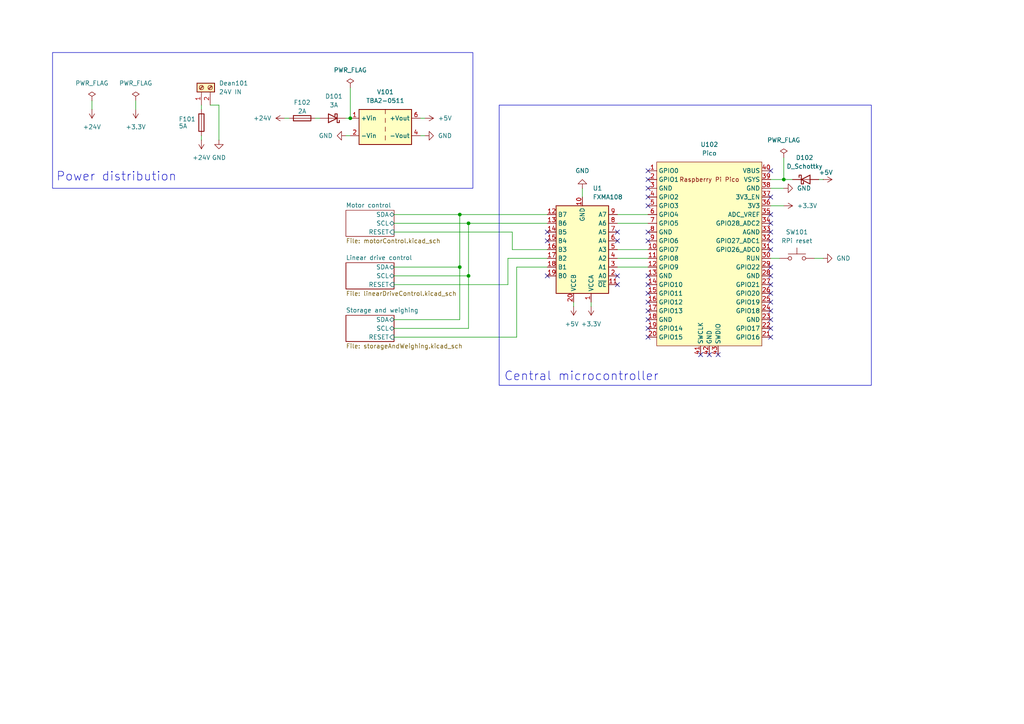
<source format=kicad_sch>
(kicad_sch
	(version 20231120)
	(generator "eeschema")
	(generator_version "8.0")
	(uuid "bebf97b1-2f7f-4d03-a427-fe976f4b2313")
	(paper "A4")
	(lib_symbols
		(symbol "Connector:Screw_Terminal_01x02"
			(pin_names
				(offset 1.016) hide)
			(exclude_from_sim no)
			(in_bom yes)
			(on_board yes)
			(property "Reference" "J"
				(at 0 2.54 0)
				(effects
					(font
						(size 1.27 1.27)
					)
				)
			)
			(property "Value" "Screw_Terminal_01x02"
				(at 0 -5.08 0)
				(effects
					(font
						(size 1.27 1.27)
					)
				)
			)
			(property "Footprint" ""
				(at 0 0 0)
				(effects
					(font
						(size 1.27 1.27)
					)
					(hide yes)
				)
			)
			(property "Datasheet" "~"
				(at 0 0 0)
				(effects
					(font
						(size 1.27 1.27)
					)
					(hide yes)
				)
			)
			(property "Description" "Generic screw terminal, single row, 01x02, script generated (kicad-library-utils/schlib/autogen/connector/)"
				(at 0 0 0)
				(effects
					(font
						(size 1.27 1.27)
					)
					(hide yes)
				)
			)
			(property "ki_keywords" "screw terminal"
				(at 0 0 0)
				(effects
					(font
						(size 1.27 1.27)
					)
					(hide yes)
				)
			)
			(property "ki_fp_filters" "TerminalBlock*:*"
				(at 0 0 0)
				(effects
					(font
						(size 1.27 1.27)
					)
					(hide yes)
				)
			)
			(symbol "Screw_Terminal_01x02_1_1"
				(rectangle
					(start -1.27 1.27)
					(end 1.27 -3.81)
					(stroke
						(width 0.254)
						(type default)
					)
					(fill
						(type background)
					)
				)
				(circle
					(center 0 -2.54)
					(radius 0.635)
					(stroke
						(width 0.1524)
						(type default)
					)
					(fill
						(type none)
					)
				)
				(polyline
					(pts
						(xy -0.5334 -2.2098) (xy 0.3302 -3.048)
					)
					(stroke
						(width 0.1524)
						(type default)
					)
					(fill
						(type none)
					)
				)
				(polyline
					(pts
						(xy -0.5334 0.3302) (xy 0.3302 -0.508)
					)
					(stroke
						(width 0.1524)
						(type default)
					)
					(fill
						(type none)
					)
				)
				(polyline
					(pts
						(xy -0.3556 -2.032) (xy 0.508 -2.8702)
					)
					(stroke
						(width 0.1524)
						(type default)
					)
					(fill
						(type none)
					)
				)
				(polyline
					(pts
						(xy -0.3556 0.508) (xy 0.508 -0.3302)
					)
					(stroke
						(width 0.1524)
						(type default)
					)
					(fill
						(type none)
					)
				)
				(circle
					(center 0 0)
					(radius 0.635)
					(stroke
						(width 0.1524)
						(type default)
					)
					(fill
						(type none)
					)
				)
				(pin passive line
					(at -5.08 0 0)
					(length 3.81)
					(name "Pin_1"
						(effects
							(font
								(size 1.27 1.27)
							)
						)
					)
					(number "1"
						(effects
							(font
								(size 1.27 1.27)
							)
						)
					)
				)
				(pin passive line
					(at -5.08 -2.54 0)
					(length 3.81)
					(name "Pin_2"
						(effects
							(font
								(size 1.27 1.27)
							)
						)
					)
					(number "2"
						(effects
							(font
								(size 1.27 1.27)
							)
						)
					)
				)
			)
		)
		(symbol "Converter_DCDC:TBA2-0511"
			(exclude_from_sim no)
			(in_bom yes)
			(on_board yes)
			(property "Reference" "U"
				(at -6.35 6.35 0)
				(effects
					(font
						(size 1.27 1.27)
					)
				)
			)
			(property "Value" "TBA2-0511"
				(at 2.54 6.35 0)
				(effects
					(font
						(size 1.27 1.27)
					)
				)
			)
			(property "Footprint" "Converter_DCDC:Converter_DCDC_TRACO_TBA2-xxxx_Single_THT"
				(at 0 -8.89 0)
				(effects
					(font
						(size 1.27 1.27)
					)
					(hide yes)
				)
			)
			(property "Datasheet" "https://www.tracopower.com/products/tba2.pdf"
				(at 0 -6.35 0)
				(effects
					(font
						(size 1.27 1.27)
					)
					(hide yes)
				)
			)
			(property "Description" "2W DC/DC converter unregulated, 4.5-5.5V input, 5V fixed output voltage, 400mA output, 1.5kVDC isolation, SIP-7"
				(at 0 0 0)
				(effects
					(font
						(size 1.27 1.27)
					)
					(hide yes)
				)
			)
			(property "ki_keywords" "Traco isolated isolation dc-dc converter not-regulated non-regulated single 2W"
				(at 0 0 0)
				(effects
					(font
						(size 1.27 1.27)
					)
					(hide yes)
				)
			)
			(property "ki_fp_filters" "Converter*DCDC*TRACO*TBA2*Single*"
				(at 0 0 0)
				(effects
					(font
						(size 1.27 1.27)
					)
					(hide yes)
				)
			)
			(symbol "TBA2-0511_0_1"
				(rectangle
					(start -7.62 5.08)
					(end 7.62 -5.08)
					(stroke
						(width 0.254)
						(type default)
					)
					(fill
						(type background)
					)
				)
				(polyline
					(pts
						(xy 0 -2.54) (xy 0 -3.81)
					)
					(stroke
						(width 0)
						(type default)
					)
					(fill
						(type none)
					)
				)
				(polyline
					(pts
						(xy 0 0) (xy 0 -1.27)
					)
					(stroke
						(width 0)
						(type default)
					)
					(fill
						(type none)
					)
				)
				(polyline
					(pts
						(xy 0 2.54) (xy 0 1.27)
					)
					(stroke
						(width 0)
						(type default)
					)
					(fill
						(type none)
					)
				)
				(polyline
					(pts
						(xy 0 5.08) (xy 0 3.81)
					)
					(stroke
						(width 0)
						(type default)
					)
					(fill
						(type none)
					)
				)
			)
			(symbol "TBA2-0511_1_1"
				(pin power_in line
					(at -10.16 2.54 0)
					(length 2.54)
					(name "+Vin"
						(effects
							(font
								(size 1.27 1.27)
							)
						)
					)
					(number "1"
						(effects
							(font
								(size 1.27 1.27)
							)
						)
					)
				)
				(pin power_in line
					(at -10.16 -2.54 0)
					(length 2.54)
					(name "-Vin"
						(effects
							(font
								(size 1.27 1.27)
							)
						)
					)
					(number "2"
						(effects
							(font
								(size 1.27 1.27)
							)
						)
					)
				)
				(pin power_out line
					(at 10.16 -2.54 180)
					(length 2.54)
					(name "-Vout"
						(effects
							(font
								(size 1.27 1.27)
							)
						)
					)
					(number "4"
						(effects
							(font
								(size 1.27 1.27)
							)
						)
					)
				)
				(pin power_out line
					(at 10.16 2.54 180)
					(length 2.54)
					(name "+Vout"
						(effects
							(font
								(size 1.27 1.27)
							)
						)
					)
					(number "6"
						(effects
							(font
								(size 1.27 1.27)
							)
						)
					)
				)
			)
		)
		(symbol "Device:D_Schottky"
			(pin_numbers hide)
			(pin_names
				(offset 1.016) hide)
			(exclude_from_sim no)
			(in_bom yes)
			(on_board yes)
			(property "Reference" "D"
				(at 0 2.54 0)
				(effects
					(font
						(size 1.27 1.27)
					)
				)
			)
			(property "Value" "D_Schottky"
				(at 0 -2.54 0)
				(effects
					(font
						(size 1.27 1.27)
					)
				)
			)
			(property "Footprint" ""
				(at 0 0 0)
				(effects
					(font
						(size 1.27 1.27)
					)
					(hide yes)
				)
			)
			(property "Datasheet" "~"
				(at 0 0 0)
				(effects
					(font
						(size 1.27 1.27)
					)
					(hide yes)
				)
			)
			(property "Description" "Schottky diode"
				(at 0 0 0)
				(effects
					(font
						(size 1.27 1.27)
					)
					(hide yes)
				)
			)
			(property "ki_keywords" "diode Schottky"
				(at 0 0 0)
				(effects
					(font
						(size 1.27 1.27)
					)
					(hide yes)
				)
			)
			(property "ki_fp_filters" "TO-???* *_Diode_* *SingleDiode* D_*"
				(at 0 0 0)
				(effects
					(font
						(size 1.27 1.27)
					)
					(hide yes)
				)
			)
			(symbol "D_Schottky_0_1"
				(polyline
					(pts
						(xy 1.27 0) (xy -1.27 0)
					)
					(stroke
						(width 0)
						(type default)
					)
					(fill
						(type none)
					)
				)
				(polyline
					(pts
						(xy 1.27 1.27) (xy 1.27 -1.27) (xy -1.27 0) (xy 1.27 1.27)
					)
					(stroke
						(width 0.254)
						(type default)
					)
					(fill
						(type none)
					)
				)
				(polyline
					(pts
						(xy -1.905 0.635) (xy -1.905 1.27) (xy -1.27 1.27) (xy -1.27 -1.27) (xy -0.635 -1.27) (xy -0.635 -0.635)
					)
					(stroke
						(width 0.254)
						(type default)
					)
					(fill
						(type none)
					)
				)
			)
			(symbol "D_Schottky_1_1"
				(pin passive line
					(at -3.81 0 0)
					(length 2.54)
					(name "K"
						(effects
							(font
								(size 1.27 1.27)
							)
						)
					)
					(number "1"
						(effects
							(font
								(size 1.27 1.27)
							)
						)
					)
				)
				(pin passive line
					(at 3.81 0 180)
					(length 2.54)
					(name "A"
						(effects
							(font
								(size 1.27 1.27)
							)
						)
					)
					(number "2"
						(effects
							(font
								(size 1.27 1.27)
							)
						)
					)
				)
			)
		)
		(symbol "Device:Fuse"
			(pin_numbers hide)
			(pin_names
				(offset 0)
			)
			(exclude_from_sim no)
			(in_bom yes)
			(on_board yes)
			(property "Reference" "F"
				(at 2.032 0 90)
				(effects
					(font
						(size 1.27 1.27)
					)
				)
			)
			(property "Value" "Fuse"
				(at -1.905 0 90)
				(effects
					(font
						(size 1.27 1.27)
					)
				)
			)
			(property "Footprint" ""
				(at -1.778 0 90)
				(effects
					(font
						(size 1.27 1.27)
					)
					(hide yes)
				)
			)
			(property "Datasheet" "~"
				(at 0 0 0)
				(effects
					(font
						(size 1.27 1.27)
					)
					(hide yes)
				)
			)
			(property "Description" "Fuse"
				(at 0 0 0)
				(effects
					(font
						(size 1.27 1.27)
					)
					(hide yes)
				)
			)
			(property "ki_keywords" "fuse"
				(at 0 0 0)
				(effects
					(font
						(size 1.27 1.27)
					)
					(hide yes)
				)
			)
			(property "ki_fp_filters" "*Fuse*"
				(at 0 0 0)
				(effects
					(font
						(size 1.27 1.27)
					)
					(hide yes)
				)
			)
			(symbol "Fuse_0_1"
				(rectangle
					(start -0.762 -2.54)
					(end 0.762 2.54)
					(stroke
						(width 0.254)
						(type default)
					)
					(fill
						(type none)
					)
				)
				(polyline
					(pts
						(xy 0 2.54) (xy 0 -2.54)
					)
					(stroke
						(width 0)
						(type default)
					)
					(fill
						(type none)
					)
				)
			)
			(symbol "Fuse_1_1"
				(pin passive line
					(at 0 3.81 270)
					(length 1.27)
					(name "~"
						(effects
							(font
								(size 1.27 1.27)
							)
						)
					)
					(number "1"
						(effects
							(font
								(size 1.27 1.27)
							)
						)
					)
				)
				(pin passive line
					(at 0 -3.81 90)
					(length 1.27)
					(name "~"
						(effects
							(font
								(size 1.27 1.27)
							)
						)
					)
					(number "2"
						(effects
							(font
								(size 1.27 1.27)
							)
						)
					)
				)
			)
		)
		(symbol "Logic_LevelTranslator:FXMA108"
			(exclude_from_sim no)
			(in_bom yes)
			(on_board yes)
			(property "Reference" "U"
				(at -6.35 13.97 0)
				(effects
					(font
						(size 1.27 1.27)
					)
				)
			)
			(property "Value" "FXMA108"
				(at 7.62 13.97 0)
				(effects
					(font
						(size 1.27 1.27)
					)
				)
			)
			(property "Footprint" "Package_DFN_QFN:WQFN-20-1EP_2.5x4.5mm_P0.5mm_EP1x2.9mm"
				(at 0 -17.78 0)
				(effects
					(font
						(size 1.27 1.27)
					)
					(hide yes)
				)
			)
			(property "Datasheet" "http://www.onsemi.com/pub/Collateral/FXMA108-D.pdf"
				(at 0 1.27 0)
				(effects
					(font
						(size 1.27 1.27)
					)
					(hide yes)
				)
			)
			(property "Description" "Dual-Supply, 8-Bit Signal Translator with Configurable Voltage Supplies and Signals Levels, 3-State Outputs and Auto Direction Sensing, WQFN-20"
				(at 0 0 0)
				(effects
					(font
						(size 1.27 1.27)
					)
					(hide yes)
				)
			)
			(property "ki_keywords" "Level shifter translator bidirectional"
				(at 0 0 0)
				(effects
					(font
						(size 1.27 1.27)
					)
					(hide yes)
				)
			)
			(property "ki_fp_filters" "WQFN*1EP*2.5x4.5mm*P0.5mm*"
				(at 0 0 0)
				(effects
					(font
						(size 1.27 1.27)
					)
					(hide yes)
				)
			)
			(symbol "FXMA108_1_1"
				(rectangle
					(start -7.62 12.7)
					(end 7.62 -12.7)
					(stroke
						(width 0.254)
						(type default)
					)
					(fill
						(type background)
					)
				)
				(pin power_in line
					(at -2.54 15.24 270)
					(length 2.54)
					(name "VCCA"
						(effects
							(font
								(size 1.27 1.27)
							)
						)
					)
					(number "1"
						(effects
							(font
								(size 1.27 1.27)
							)
						)
					)
				)
				(pin power_in line
					(at 0 -15.24 90)
					(length 2.54)
					(name "GND"
						(effects
							(font
								(size 1.27 1.27)
							)
						)
					)
					(number "10"
						(effects
							(font
								(size 1.27 1.27)
							)
						)
					)
				)
				(pin input line
					(at -10.16 10.16 0)
					(length 2.54)
					(name "~{OE}"
						(effects
							(font
								(size 1.27 1.27)
							)
						)
					)
					(number "11"
						(effects
							(font
								(size 1.27 1.27)
							)
						)
					)
				)
				(pin bidirectional line
					(at 10.16 -10.16 180)
					(length 2.54)
					(name "B7"
						(effects
							(font
								(size 1.27 1.27)
							)
						)
					)
					(number "12"
						(effects
							(font
								(size 1.27 1.27)
							)
						)
					)
				)
				(pin bidirectional line
					(at 10.16 -7.62 180)
					(length 2.54)
					(name "B6"
						(effects
							(font
								(size 1.27 1.27)
							)
						)
					)
					(number "13"
						(effects
							(font
								(size 1.27 1.27)
							)
						)
					)
				)
				(pin bidirectional line
					(at 10.16 -5.08 180)
					(length 2.54)
					(name "B5"
						(effects
							(font
								(size 1.27 1.27)
							)
						)
					)
					(number "14"
						(effects
							(font
								(size 1.27 1.27)
							)
						)
					)
				)
				(pin bidirectional line
					(at 10.16 -2.54 180)
					(length 2.54)
					(name "B4"
						(effects
							(font
								(size 1.27 1.27)
							)
						)
					)
					(number "15"
						(effects
							(font
								(size 1.27 1.27)
							)
						)
					)
				)
				(pin bidirectional line
					(at 10.16 0 180)
					(length 2.54)
					(name "B3"
						(effects
							(font
								(size 1.27 1.27)
							)
						)
					)
					(number "16"
						(effects
							(font
								(size 1.27 1.27)
							)
						)
					)
				)
				(pin bidirectional line
					(at 10.16 2.54 180)
					(length 2.54)
					(name "B2"
						(effects
							(font
								(size 1.27 1.27)
							)
						)
					)
					(number "17"
						(effects
							(font
								(size 1.27 1.27)
							)
						)
					)
				)
				(pin bidirectional line
					(at 10.16 5.08 180)
					(length 2.54)
					(name "B1"
						(effects
							(font
								(size 1.27 1.27)
							)
						)
					)
					(number "18"
						(effects
							(font
								(size 1.27 1.27)
							)
						)
					)
				)
				(pin bidirectional line
					(at 10.16 7.62 180)
					(length 2.54)
					(name "B0"
						(effects
							(font
								(size 1.27 1.27)
							)
						)
					)
					(number "19"
						(effects
							(font
								(size 1.27 1.27)
							)
						)
					)
				)
				(pin bidirectional line
					(at -10.16 7.62 0)
					(length 2.54)
					(name "A0"
						(effects
							(font
								(size 1.27 1.27)
							)
						)
					)
					(number "2"
						(effects
							(font
								(size 1.27 1.27)
							)
						)
					)
				)
				(pin power_in line
					(at 2.54 15.24 270)
					(length 2.54)
					(name "VCCB"
						(effects
							(font
								(size 1.27 1.27)
							)
						)
					)
					(number "20"
						(effects
							(font
								(size 1.27 1.27)
							)
						)
					)
				)
				(pin no_connect line
					(at 2.54 -12.7 90)
					(length 2.54) hide
					(name "NC"
						(effects
							(font
								(size 1.27 1.27)
							)
						)
					)
					(number "21"
						(effects
							(font
								(size 1.27 1.27)
							)
						)
					)
				)
				(pin bidirectional line
					(at -10.16 5.08 0)
					(length 2.54)
					(name "A1"
						(effects
							(font
								(size 1.27 1.27)
							)
						)
					)
					(number "3"
						(effects
							(font
								(size 1.27 1.27)
							)
						)
					)
				)
				(pin bidirectional line
					(at -10.16 2.54 0)
					(length 2.54)
					(name "A2"
						(effects
							(font
								(size 1.27 1.27)
							)
						)
					)
					(number "4"
						(effects
							(font
								(size 1.27 1.27)
							)
						)
					)
				)
				(pin bidirectional line
					(at -10.16 0 0)
					(length 2.54)
					(name "A3"
						(effects
							(font
								(size 1.27 1.27)
							)
						)
					)
					(number "5"
						(effects
							(font
								(size 1.27 1.27)
							)
						)
					)
				)
				(pin bidirectional line
					(at -10.16 -2.54 0)
					(length 2.54)
					(name "A4"
						(effects
							(font
								(size 1.27 1.27)
							)
						)
					)
					(number "6"
						(effects
							(font
								(size 1.27 1.27)
							)
						)
					)
				)
				(pin bidirectional line
					(at -10.16 -5.08 0)
					(length 2.54)
					(name "A5"
						(effects
							(font
								(size 1.27 1.27)
							)
						)
					)
					(number "7"
						(effects
							(font
								(size 1.27 1.27)
							)
						)
					)
				)
				(pin bidirectional line
					(at -10.16 -7.62 0)
					(length 2.54)
					(name "A6"
						(effects
							(font
								(size 1.27 1.27)
							)
						)
					)
					(number "8"
						(effects
							(font
								(size 1.27 1.27)
							)
						)
					)
				)
				(pin bidirectional line
					(at -10.16 -10.16 0)
					(length 2.54)
					(name "A7"
						(effects
							(font
								(size 1.27 1.27)
							)
						)
					)
					(number "9"
						(effects
							(font
								(size 1.27 1.27)
							)
						)
					)
				)
			)
		)
		(symbol "MCU_RaspberryPi_and_Boards:Pico"
			(exclude_from_sim no)
			(in_bom yes)
			(on_board yes)
			(property "Reference" "U"
				(at -13.97 27.94 0)
				(effects
					(font
						(size 1.27 1.27)
					)
				)
			)
			(property "Value" "Pico"
				(at 0 19.05 0)
				(effects
					(font
						(size 1.27 1.27)
					)
				)
			)
			(property "Footprint" "RPi_Pico:RPi_Pico_SMD_TH"
				(at 0 0 90)
				(effects
					(font
						(size 1.27 1.27)
					)
					(hide yes)
				)
			)
			(property "Datasheet" ""
				(at 0 0 0)
				(effects
					(font
						(size 1.27 1.27)
					)
					(hide yes)
				)
			)
			(property "Description" ""
				(at 0 0 0)
				(effects
					(font
						(size 1.27 1.27)
					)
					(hide yes)
				)
			)
			(symbol "Pico_0_0"
				(text "Raspberry Pi Pico"
					(at 0 21.59 0)
					(effects
						(font
							(size 1.27 1.27)
						)
					)
				)
			)
			(symbol "Pico_0_1"
				(rectangle
					(start -15.24 26.67)
					(end 15.24 -26.67)
					(stroke
						(width 0)
						(type default)
					)
					(fill
						(type background)
					)
				)
			)
			(symbol "Pico_1_1"
				(pin bidirectional line
					(at -17.78 24.13 0)
					(length 2.54)
					(name "GPIO0"
						(effects
							(font
								(size 1.27 1.27)
							)
						)
					)
					(number "1"
						(effects
							(font
								(size 1.27 1.27)
							)
						)
					)
				)
				(pin bidirectional line
					(at -17.78 1.27 0)
					(length 2.54)
					(name "GPIO7"
						(effects
							(font
								(size 1.27 1.27)
							)
						)
					)
					(number "10"
						(effects
							(font
								(size 1.27 1.27)
							)
						)
					)
				)
				(pin bidirectional line
					(at -17.78 -1.27 0)
					(length 2.54)
					(name "GPIO8"
						(effects
							(font
								(size 1.27 1.27)
							)
						)
					)
					(number "11"
						(effects
							(font
								(size 1.27 1.27)
							)
						)
					)
				)
				(pin bidirectional line
					(at -17.78 -3.81 0)
					(length 2.54)
					(name "GPIO9"
						(effects
							(font
								(size 1.27 1.27)
							)
						)
					)
					(number "12"
						(effects
							(font
								(size 1.27 1.27)
							)
						)
					)
				)
				(pin power_in line
					(at -17.78 -6.35 0)
					(length 2.54)
					(name "GND"
						(effects
							(font
								(size 1.27 1.27)
							)
						)
					)
					(number "13"
						(effects
							(font
								(size 1.27 1.27)
							)
						)
					)
				)
				(pin bidirectional line
					(at -17.78 -8.89 0)
					(length 2.54)
					(name "GPIO10"
						(effects
							(font
								(size 1.27 1.27)
							)
						)
					)
					(number "14"
						(effects
							(font
								(size 1.27 1.27)
							)
						)
					)
				)
				(pin bidirectional line
					(at -17.78 -11.43 0)
					(length 2.54)
					(name "GPIO11"
						(effects
							(font
								(size 1.27 1.27)
							)
						)
					)
					(number "15"
						(effects
							(font
								(size 1.27 1.27)
							)
						)
					)
				)
				(pin bidirectional line
					(at -17.78 -13.97 0)
					(length 2.54)
					(name "GPIO12"
						(effects
							(font
								(size 1.27 1.27)
							)
						)
					)
					(number "16"
						(effects
							(font
								(size 1.27 1.27)
							)
						)
					)
				)
				(pin bidirectional line
					(at -17.78 -16.51 0)
					(length 2.54)
					(name "GPIO13"
						(effects
							(font
								(size 1.27 1.27)
							)
						)
					)
					(number "17"
						(effects
							(font
								(size 1.27 1.27)
							)
						)
					)
				)
				(pin power_in line
					(at -17.78 -19.05 0)
					(length 2.54)
					(name "GND"
						(effects
							(font
								(size 1.27 1.27)
							)
						)
					)
					(number "18"
						(effects
							(font
								(size 1.27 1.27)
							)
						)
					)
				)
				(pin bidirectional line
					(at -17.78 -21.59 0)
					(length 2.54)
					(name "GPIO14"
						(effects
							(font
								(size 1.27 1.27)
							)
						)
					)
					(number "19"
						(effects
							(font
								(size 1.27 1.27)
							)
						)
					)
				)
				(pin bidirectional line
					(at -17.78 21.59 0)
					(length 2.54)
					(name "GPIO1"
						(effects
							(font
								(size 1.27 1.27)
							)
						)
					)
					(number "2"
						(effects
							(font
								(size 1.27 1.27)
							)
						)
					)
				)
				(pin bidirectional line
					(at -17.78 -24.13 0)
					(length 2.54)
					(name "GPIO15"
						(effects
							(font
								(size 1.27 1.27)
							)
						)
					)
					(number "20"
						(effects
							(font
								(size 1.27 1.27)
							)
						)
					)
				)
				(pin bidirectional line
					(at 17.78 -24.13 180)
					(length 2.54)
					(name "GPIO16"
						(effects
							(font
								(size 1.27 1.27)
							)
						)
					)
					(number "21"
						(effects
							(font
								(size 1.27 1.27)
							)
						)
					)
				)
				(pin bidirectional line
					(at 17.78 -21.59 180)
					(length 2.54)
					(name "GPIO17"
						(effects
							(font
								(size 1.27 1.27)
							)
						)
					)
					(number "22"
						(effects
							(font
								(size 1.27 1.27)
							)
						)
					)
				)
				(pin power_in line
					(at 17.78 -19.05 180)
					(length 2.54)
					(name "GND"
						(effects
							(font
								(size 1.27 1.27)
							)
						)
					)
					(number "23"
						(effects
							(font
								(size 1.27 1.27)
							)
						)
					)
				)
				(pin bidirectional line
					(at 17.78 -16.51 180)
					(length 2.54)
					(name "GPIO18"
						(effects
							(font
								(size 1.27 1.27)
							)
						)
					)
					(number "24"
						(effects
							(font
								(size 1.27 1.27)
							)
						)
					)
				)
				(pin bidirectional line
					(at 17.78 -13.97 180)
					(length 2.54)
					(name "GPIO19"
						(effects
							(font
								(size 1.27 1.27)
							)
						)
					)
					(number "25"
						(effects
							(font
								(size 1.27 1.27)
							)
						)
					)
				)
				(pin bidirectional line
					(at 17.78 -11.43 180)
					(length 2.54)
					(name "GPIO20"
						(effects
							(font
								(size 1.27 1.27)
							)
						)
					)
					(number "26"
						(effects
							(font
								(size 1.27 1.27)
							)
						)
					)
				)
				(pin bidirectional line
					(at 17.78 -8.89 180)
					(length 2.54)
					(name "GPIO21"
						(effects
							(font
								(size 1.27 1.27)
							)
						)
					)
					(number "27"
						(effects
							(font
								(size 1.27 1.27)
							)
						)
					)
				)
				(pin power_in line
					(at 17.78 -6.35 180)
					(length 2.54)
					(name "GND"
						(effects
							(font
								(size 1.27 1.27)
							)
						)
					)
					(number "28"
						(effects
							(font
								(size 1.27 1.27)
							)
						)
					)
				)
				(pin bidirectional line
					(at 17.78 -3.81 180)
					(length 2.54)
					(name "GPIO22"
						(effects
							(font
								(size 1.27 1.27)
							)
						)
					)
					(number "29"
						(effects
							(font
								(size 1.27 1.27)
							)
						)
					)
				)
				(pin power_in line
					(at -17.78 19.05 0)
					(length 2.54)
					(name "GND"
						(effects
							(font
								(size 1.27 1.27)
							)
						)
					)
					(number "3"
						(effects
							(font
								(size 1.27 1.27)
							)
						)
					)
				)
				(pin input line
					(at 17.78 -1.27 180)
					(length 2.54)
					(name "RUN"
						(effects
							(font
								(size 1.27 1.27)
							)
						)
					)
					(number "30"
						(effects
							(font
								(size 1.27 1.27)
							)
						)
					)
				)
				(pin bidirectional line
					(at 17.78 1.27 180)
					(length 2.54)
					(name "GPIO26_ADC0"
						(effects
							(font
								(size 1.27 1.27)
							)
						)
					)
					(number "31"
						(effects
							(font
								(size 1.27 1.27)
							)
						)
					)
				)
				(pin bidirectional line
					(at 17.78 3.81 180)
					(length 2.54)
					(name "GPIO27_ADC1"
						(effects
							(font
								(size 1.27 1.27)
							)
						)
					)
					(number "32"
						(effects
							(font
								(size 1.27 1.27)
							)
						)
					)
				)
				(pin power_in line
					(at 17.78 6.35 180)
					(length 2.54)
					(name "AGND"
						(effects
							(font
								(size 1.27 1.27)
							)
						)
					)
					(number "33"
						(effects
							(font
								(size 1.27 1.27)
							)
						)
					)
				)
				(pin bidirectional line
					(at 17.78 8.89 180)
					(length 2.54)
					(name "GPIO28_ADC2"
						(effects
							(font
								(size 1.27 1.27)
							)
						)
					)
					(number "34"
						(effects
							(font
								(size 1.27 1.27)
							)
						)
					)
				)
				(pin power_in line
					(at 17.78 11.43 180)
					(length 2.54)
					(name "ADC_VREF"
						(effects
							(font
								(size 1.27 1.27)
							)
						)
					)
					(number "35"
						(effects
							(font
								(size 1.27 1.27)
							)
						)
					)
				)
				(pin power_in line
					(at 17.78 13.97 180)
					(length 2.54)
					(name "3V3"
						(effects
							(font
								(size 1.27 1.27)
							)
						)
					)
					(number "36"
						(effects
							(font
								(size 1.27 1.27)
							)
						)
					)
				)
				(pin input line
					(at 17.78 16.51 180)
					(length 2.54)
					(name "3V3_EN"
						(effects
							(font
								(size 1.27 1.27)
							)
						)
					)
					(number "37"
						(effects
							(font
								(size 1.27 1.27)
							)
						)
					)
				)
				(pin bidirectional line
					(at 17.78 19.05 180)
					(length 2.54)
					(name "GND"
						(effects
							(font
								(size 1.27 1.27)
							)
						)
					)
					(number "38"
						(effects
							(font
								(size 1.27 1.27)
							)
						)
					)
				)
				(pin power_in line
					(at 17.78 21.59 180)
					(length 2.54)
					(name "VSYS"
						(effects
							(font
								(size 1.27 1.27)
							)
						)
					)
					(number "39"
						(effects
							(font
								(size 1.27 1.27)
							)
						)
					)
				)
				(pin bidirectional line
					(at -17.78 16.51 0)
					(length 2.54)
					(name "GPIO2"
						(effects
							(font
								(size 1.27 1.27)
							)
						)
					)
					(number "4"
						(effects
							(font
								(size 1.27 1.27)
							)
						)
					)
				)
				(pin power_in line
					(at 17.78 24.13 180)
					(length 2.54)
					(name "VBUS"
						(effects
							(font
								(size 1.27 1.27)
							)
						)
					)
					(number "40"
						(effects
							(font
								(size 1.27 1.27)
							)
						)
					)
				)
				(pin input line
					(at -2.54 -29.21 90)
					(length 2.54)
					(name "SWCLK"
						(effects
							(font
								(size 1.27 1.27)
							)
						)
					)
					(number "41"
						(effects
							(font
								(size 1.27 1.27)
							)
						)
					)
				)
				(pin power_in line
					(at 0 -29.21 90)
					(length 2.54)
					(name "GND"
						(effects
							(font
								(size 1.27 1.27)
							)
						)
					)
					(number "42"
						(effects
							(font
								(size 1.27 1.27)
							)
						)
					)
				)
				(pin bidirectional line
					(at 2.54 -29.21 90)
					(length 2.54)
					(name "SWDIO"
						(effects
							(font
								(size 1.27 1.27)
							)
						)
					)
					(number "43"
						(effects
							(font
								(size 1.27 1.27)
							)
						)
					)
				)
				(pin bidirectional line
					(at -17.78 13.97 0)
					(length 2.54)
					(name "GPIO3"
						(effects
							(font
								(size 1.27 1.27)
							)
						)
					)
					(number "5"
						(effects
							(font
								(size 1.27 1.27)
							)
						)
					)
				)
				(pin bidirectional line
					(at -17.78 11.43 0)
					(length 2.54)
					(name "GPIO4"
						(effects
							(font
								(size 1.27 1.27)
							)
						)
					)
					(number "6"
						(effects
							(font
								(size 1.27 1.27)
							)
						)
					)
				)
				(pin bidirectional line
					(at -17.78 8.89 0)
					(length 2.54)
					(name "GPIO5"
						(effects
							(font
								(size 1.27 1.27)
							)
						)
					)
					(number "7"
						(effects
							(font
								(size 1.27 1.27)
							)
						)
					)
				)
				(pin power_in line
					(at -17.78 6.35 0)
					(length 2.54)
					(name "GND"
						(effects
							(font
								(size 1.27 1.27)
							)
						)
					)
					(number "8"
						(effects
							(font
								(size 1.27 1.27)
							)
						)
					)
				)
				(pin bidirectional line
					(at -17.78 3.81 0)
					(length 2.54)
					(name "GPIO6"
						(effects
							(font
								(size 1.27 1.27)
							)
						)
					)
					(number "9"
						(effects
							(font
								(size 1.27 1.27)
							)
						)
					)
				)
			)
		)
		(symbol "Switch:SW_Push"
			(pin_numbers hide)
			(pin_names
				(offset 1.016) hide)
			(exclude_from_sim no)
			(in_bom yes)
			(on_board yes)
			(property "Reference" "SW"
				(at 1.27 2.54 0)
				(effects
					(font
						(size 1.27 1.27)
					)
					(justify left)
				)
			)
			(property "Value" "SW_Push"
				(at 0 -1.524 0)
				(effects
					(font
						(size 1.27 1.27)
					)
				)
			)
			(property "Footprint" ""
				(at 0 5.08 0)
				(effects
					(font
						(size 1.27 1.27)
					)
					(hide yes)
				)
			)
			(property "Datasheet" "~"
				(at 0 5.08 0)
				(effects
					(font
						(size 1.27 1.27)
					)
					(hide yes)
				)
			)
			(property "Description" "Push button switch, generic, two pins"
				(at 0 0 0)
				(effects
					(font
						(size 1.27 1.27)
					)
					(hide yes)
				)
			)
			(property "ki_keywords" "switch normally-open pushbutton push-button"
				(at 0 0 0)
				(effects
					(font
						(size 1.27 1.27)
					)
					(hide yes)
				)
			)
			(symbol "SW_Push_0_1"
				(circle
					(center -2.032 0)
					(radius 0.508)
					(stroke
						(width 0)
						(type default)
					)
					(fill
						(type none)
					)
				)
				(polyline
					(pts
						(xy 0 1.27) (xy 0 3.048)
					)
					(stroke
						(width 0)
						(type default)
					)
					(fill
						(type none)
					)
				)
				(polyline
					(pts
						(xy 2.54 1.27) (xy -2.54 1.27)
					)
					(stroke
						(width 0)
						(type default)
					)
					(fill
						(type none)
					)
				)
				(circle
					(center 2.032 0)
					(radius 0.508)
					(stroke
						(width 0)
						(type default)
					)
					(fill
						(type none)
					)
				)
				(pin passive line
					(at -5.08 0 0)
					(length 2.54)
					(name "1"
						(effects
							(font
								(size 1.27 1.27)
							)
						)
					)
					(number "1"
						(effects
							(font
								(size 1.27 1.27)
							)
						)
					)
				)
				(pin passive line
					(at 5.08 0 180)
					(length 2.54)
					(name "2"
						(effects
							(font
								(size 1.27 1.27)
							)
						)
					)
					(number "2"
						(effects
							(font
								(size 1.27 1.27)
							)
						)
					)
				)
			)
		)
		(symbol "power:+12V"
			(power)
			(pin_numbers hide)
			(pin_names
				(offset 0) hide)
			(exclude_from_sim no)
			(in_bom yes)
			(on_board yes)
			(property "Reference" "#PWR"
				(at 0 -3.81 0)
				(effects
					(font
						(size 1.27 1.27)
					)
					(hide yes)
				)
			)
			(property "Value" "+12V"
				(at 0 3.556 0)
				(effects
					(font
						(size 1.27 1.27)
					)
				)
			)
			(property "Footprint" ""
				(at 0 0 0)
				(effects
					(font
						(size 1.27 1.27)
					)
					(hide yes)
				)
			)
			(property "Datasheet" ""
				(at 0 0 0)
				(effects
					(font
						(size 1.27 1.27)
					)
					(hide yes)
				)
			)
			(property "Description" "Power symbol creates a global label with name \"+12V\""
				(at 0 0 0)
				(effects
					(font
						(size 1.27 1.27)
					)
					(hide yes)
				)
			)
			(property "ki_keywords" "global power"
				(at 0 0 0)
				(effects
					(font
						(size 1.27 1.27)
					)
					(hide yes)
				)
			)
			(symbol "+12V_0_1"
				(polyline
					(pts
						(xy -0.762 1.27) (xy 0 2.54)
					)
					(stroke
						(width 0)
						(type default)
					)
					(fill
						(type none)
					)
				)
				(polyline
					(pts
						(xy 0 0) (xy 0 2.54)
					)
					(stroke
						(width 0)
						(type default)
					)
					(fill
						(type none)
					)
				)
				(polyline
					(pts
						(xy 0 2.54) (xy 0.762 1.27)
					)
					(stroke
						(width 0)
						(type default)
					)
					(fill
						(type none)
					)
				)
			)
			(symbol "+12V_1_1"
				(pin power_in line
					(at 0 0 90)
					(length 0)
					(name "~"
						(effects
							(font
								(size 1.27 1.27)
							)
						)
					)
					(number "1"
						(effects
							(font
								(size 1.27 1.27)
							)
						)
					)
				)
			)
		)
		(symbol "power:+24V"
			(power)
			(pin_numbers hide)
			(pin_names
				(offset 0) hide)
			(exclude_from_sim no)
			(in_bom yes)
			(on_board yes)
			(property "Reference" "#PWR"
				(at 0 -3.81 0)
				(effects
					(font
						(size 1.27 1.27)
					)
					(hide yes)
				)
			)
			(property "Value" "+24V"
				(at 0 3.556 0)
				(effects
					(font
						(size 1.27 1.27)
					)
				)
			)
			(property "Footprint" ""
				(at 0 0 0)
				(effects
					(font
						(size 1.27 1.27)
					)
					(hide yes)
				)
			)
			(property "Datasheet" ""
				(at 0 0 0)
				(effects
					(font
						(size 1.27 1.27)
					)
					(hide yes)
				)
			)
			(property "Description" "Power symbol creates a global label with name \"+24V\""
				(at 0 0 0)
				(effects
					(font
						(size 1.27 1.27)
					)
					(hide yes)
				)
			)
			(property "ki_keywords" "global power"
				(at 0 0 0)
				(effects
					(font
						(size 1.27 1.27)
					)
					(hide yes)
				)
			)
			(symbol "+24V_0_1"
				(polyline
					(pts
						(xy -0.762 1.27) (xy 0 2.54)
					)
					(stroke
						(width 0)
						(type default)
					)
					(fill
						(type none)
					)
				)
				(polyline
					(pts
						(xy 0 0) (xy 0 2.54)
					)
					(stroke
						(width 0)
						(type default)
					)
					(fill
						(type none)
					)
				)
				(polyline
					(pts
						(xy 0 2.54) (xy 0.762 1.27)
					)
					(stroke
						(width 0)
						(type default)
					)
					(fill
						(type none)
					)
				)
			)
			(symbol "+24V_1_1"
				(pin power_in line
					(at 0 0 90)
					(length 0)
					(name "~"
						(effects
							(font
								(size 1.27 1.27)
							)
						)
					)
					(number "1"
						(effects
							(font
								(size 1.27 1.27)
							)
						)
					)
				)
			)
		)
		(symbol "power:+3.3V"
			(power)
			(pin_numbers hide)
			(pin_names
				(offset 0) hide)
			(exclude_from_sim no)
			(in_bom yes)
			(on_board yes)
			(property "Reference" "#PWR"
				(at 0 -3.81 0)
				(effects
					(font
						(size 1.27 1.27)
					)
					(hide yes)
				)
			)
			(property "Value" "+3.3V"
				(at 0 3.556 0)
				(effects
					(font
						(size 1.27 1.27)
					)
				)
			)
			(property "Footprint" ""
				(at 0 0 0)
				(effects
					(font
						(size 1.27 1.27)
					)
					(hide yes)
				)
			)
			(property "Datasheet" ""
				(at 0 0 0)
				(effects
					(font
						(size 1.27 1.27)
					)
					(hide yes)
				)
			)
			(property "Description" "Power symbol creates a global label with name \"+3.3V\""
				(at 0 0 0)
				(effects
					(font
						(size 1.27 1.27)
					)
					(hide yes)
				)
			)
			(property "ki_keywords" "global power"
				(at 0 0 0)
				(effects
					(font
						(size 1.27 1.27)
					)
					(hide yes)
				)
			)
			(symbol "+3.3V_0_1"
				(polyline
					(pts
						(xy -0.762 1.27) (xy 0 2.54)
					)
					(stroke
						(width 0)
						(type default)
					)
					(fill
						(type none)
					)
				)
				(polyline
					(pts
						(xy 0 0) (xy 0 2.54)
					)
					(stroke
						(width 0)
						(type default)
					)
					(fill
						(type none)
					)
				)
				(polyline
					(pts
						(xy 0 2.54) (xy 0.762 1.27)
					)
					(stroke
						(width 0)
						(type default)
					)
					(fill
						(type none)
					)
				)
			)
			(symbol "+3.3V_1_1"
				(pin power_in line
					(at 0 0 90)
					(length 0)
					(name "~"
						(effects
							(font
								(size 1.27 1.27)
							)
						)
					)
					(number "1"
						(effects
							(font
								(size 1.27 1.27)
							)
						)
					)
				)
			)
		)
		(symbol "power:+5V"
			(power)
			(pin_numbers hide)
			(pin_names
				(offset 0) hide)
			(exclude_from_sim no)
			(in_bom yes)
			(on_board yes)
			(property "Reference" "#PWR"
				(at 0 -3.81 0)
				(effects
					(font
						(size 1.27 1.27)
					)
					(hide yes)
				)
			)
			(property "Value" "+5V"
				(at 0 3.556 0)
				(effects
					(font
						(size 1.27 1.27)
					)
				)
			)
			(property "Footprint" ""
				(at 0 0 0)
				(effects
					(font
						(size 1.27 1.27)
					)
					(hide yes)
				)
			)
			(property "Datasheet" ""
				(at 0 0 0)
				(effects
					(font
						(size 1.27 1.27)
					)
					(hide yes)
				)
			)
			(property "Description" "Power symbol creates a global label with name \"+5V\""
				(at 0 0 0)
				(effects
					(font
						(size 1.27 1.27)
					)
					(hide yes)
				)
			)
			(property "ki_keywords" "global power"
				(at 0 0 0)
				(effects
					(font
						(size 1.27 1.27)
					)
					(hide yes)
				)
			)
			(symbol "+5V_0_1"
				(polyline
					(pts
						(xy -0.762 1.27) (xy 0 2.54)
					)
					(stroke
						(width 0)
						(type default)
					)
					(fill
						(type none)
					)
				)
				(polyline
					(pts
						(xy 0 0) (xy 0 2.54)
					)
					(stroke
						(width 0)
						(type default)
					)
					(fill
						(type none)
					)
				)
				(polyline
					(pts
						(xy 0 2.54) (xy 0.762 1.27)
					)
					(stroke
						(width 0)
						(type default)
					)
					(fill
						(type none)
					)
				)
			)
			(symbol "+5V_1_1"
				(pin power_in line
					(at 0 0 90)
					(length 0)
					(name "~"
						(effects
							(font
								(size 1.27 1.27)
							)
						)
					)
					(number "1"
						(effects
							(font
								(size 1.27 1.27)
							)
						)
					)
				)
			)
		)
		(symbol "power:GND"
			(power)
			(pin_numbers hide)
			(pin_names
				(offset 0) hide)
			(exclude_from_sim no)
			(in_bom yes)
			(on_board yes)
			(property "Reference" "#PWR"
				(at 0 -6.35 0)
				(effects
					(font
						(size 1.27 1.27)
					)
					(hide yes)
				)
			)
			(property "Value" "GND"
				(at 0 -3.81 0)
				(effects
					(font
						(size 1.27 1.27)
					)
				)
			)
			(property "Footprint" ""
				(at 0 0 0)
				(effects
					(font
						(size 1.27 1.27)
					)
					(hide yes)
				)
			)
			(property "Datasheet" ""
				(at 0 0 0)
				(effects
					(font
						(size 1.27 1.27)
					)
					(hide yes)
				)
			)
			(property "Description" "Power symbol creates a global label with name \"GND\" , ground"
				(at 0 0 0)
				(effects
					(font
						(size 1.27 1.27)
					)
					(hide yes)
				)
			)
			(property "ki_keywords" "global power"
				(at 0 0 0)
				(effects
					(font
						(size 1.27 1.27)
					)
					(hide yes)
				)
			)
			(symbol "GND_0_1"
				(polyline
					(pts
						(xy 0 0) (xy 0 -1.27) (xy 1.27 -1.27) (xy 0 -2.54) (xy -1.27 -1.27) (xy 0 -1.27)
					)
					(stroke
						(width 0)
						(type default)
					)
					(fill
						(type none)
					)
				)
			)
			(symbol "GND_1_1"
				(pin power_in line
					(at 0 0 270)
					(length 0)
					(name "~"
						(effects
							(font
								(size 1.27 1.27)
							)
						)
					)
					(number "1"
						(effects
							(font
								(size 1.27 1.27)
							)
						)
					)
				)
			)
		)
		(symbol "power:PWR_FLAG"
			(power)
			(pin_numbers hide)
			(pin_names
				(offset 0) hide)
			(exclude_from_sim no)
			(in_bom yes)
			(on_board yes)
			(property "Reference" "#FLG"
				(at 0 1.905 0)
				(effects
					(font
						(size 1.27 1.27)
					)
					(hide yes)
				)
			)
			(property "Value" "PWR_FLAG"
				(at 0 3.81 0)
				(effects
					(font
						(size 1.27 1.27)
					)
				)
			)
			(property "Footprint" ""
				(at 0 0 0)
				(effects
					(font
						(size 1.27 1.27)
					)
					(hide yes)
				)
			)
			(property "Datasheet" "~"
				(at 0 0 0)
				(effects
					(font
						(size 1.27 1.27)
					)
					(hide yes)
				)
			)
			(property "Description" "Special symbol for telling ERC where power comes from"
				(at 0 0 0)
				(effects
					(font
						(size 1.27 1.27)
					)
					(hide yes)
				)
			)
			(property "ki_keywords" "flag power"
				(at 0 0 0)
				(effects
					(font
						(size 1.27 1.27)
					)
					(hide yes)
				)
			)
			(symbol "PWR_FLAG_0_0"
				(pin power_out line
					(at 0 0 90)
					(length 0)
					(name "~"
						(effects
							(font
								(size 1.27 1.27)
							)
						)
					)
					(number "1"
						(effects
							(font
								(size 1.27 1.27)
							)
						)
					)
				)
			)
			(symbol "PWR_FLAG_0_1"
				(polyline
					(pts
						(xy 0 0) (xy 0 1.27) (xy -1.016 1.905) (xy 0 2.54) (xy 1.016 1.905) (xy 0 1.27)
					)
					(stroke
						(width 0)
						(type default)
					)
					(fill
						(type none)
					)
				)
			)
		)
	)
	(junction
		(at 227.33 52.07)
		(diameter 0)
		(color 0 0 0 0)
		(uuid "1f84dc2c-55e0-4cef-8bb6-849c8292fbc0")
	)
	(junction
		(at 135.89 80.01)
		(diameter 0)
		(color 0 0 0 0)
		(uuid "359eb4ec-3280-46e4-ab23-f722efe5f8d6")
	)
	(junction
		(at 135.89 64.77)
		(diameter 0)
		(color 0 0 0 0)
		(uuid "8445ed34-2c46-431a-94ab-755e29db3e24")
	)
	(junction
		(at 133.35 77.47)
		(diameter 0)
		(color 0 0 0 0)
		(uuid "c13fdcad-dd98-4dcf-a4b8-0202ae5fe86e")
	)
	(junction
		(at 133.35 62.23)
		(diameter 0)
		(color 0 0 0 0)
		(uuid "de4898fc-7cb3-4867-8944-51b1d974cd23")
	)
	(junction
		(at 101.6 34.29)
		(diameter 0)
		(color 0 0 0 0)
		(uuid "f80cb532-6cfa-4e49-9316-301e23b02665")
	)
	(no_connect
		(at 179.07 80.01)
		(uuid "06d25dde-0548-4404-8da3-004b848e720f")
	)
	(no_connect
		(at 223.52 67.31)
		(uuid "0748ad1f-a13a-4352-b024-415629702a31")
	)
	(no_connect
		(at 187.96 80.01)
		(uuid "0b0fa36f-8f98-4143-a0b7-86cabc001af8")
	)
	(no_connect
		(at 223.52 57.15)
		(uuid "11c49330-97e4-4d36-b4fe-982fa13d8068")
	)
	(no_connect
		(at 179.07 67.31)
		(uuid "1977ce54-d58a-47c8-8f60-87b859a3c9f4")
	)
	(no_connect
		(at 187.96 85.09)
		(uuid "1a7cfd73-7759-49a1-a793-e8cbf7658149")
	)
	(no_connect
		(at 158.75 69.85)
		(uuid "1f4fe82b-47e5-4d68-bd9f-6bf0e8da9335")
	)
	(no_connect
		(at 223.52 82.55)
		(uuid "201a6bda-26ba-4044-a22c-0ef7241657ce")
	)
	(no_connect
		(at 158.75 80.01)
		(uuid "27b700a1-dce5-4b7f-a936-f145e12f80bb")
	)
	(no_connect
		(at 223.52 80.01)
		(uuid "2c84f779-26fd-4c4f-97a4-6412d105cc7e")
	)
	(no_connect
		(at 223.52 97.79)
		(uuid "2da82f76-02be-466d-8622-88d2e0d5b751")
	)
	(no_connect
		(at 208.28 102.87)
		(uuid "3160e4b8-dfac-4200-880a-a4384a7e9df1")
	)
	(no_connect
		(at 223.52 92.71)
		(uuid "3d33cce4-67df-4ca3-9dc6-c1d47a7d2c6d")
	)
	(no_connect
		(at 223.52 49.53)
		(uuid "4279a7f3-3bd8-49c3-a6c8-652b1b1fe31d")
	)
	(no_connect
		(at 223.52 72.39)
		(uuid "49d17f71-9bbd-4707-a345-c1c9cd5a7e1e")
	)
	(no_connect
		(at 187.96 82.55)
		(uuid "554c62be-710f-4278-b02c-a20b26ac8370")
	)
	(no_connect
		(at 187.96 52.07)
		(uuid "593c6751-da22-4505-8df2-b2dc2c9a4922")
	)
	(no_connect
		(at 158.75 67.31)
		(uuid "71d94b2a-8295-46ab-8933-8c9a1531ac91")
	)
	(no_connect
		(at 187.96 97.79)
		(uuid "72d2232a-57dc-415c-94a6-a337cfd79936")
	)
	(no_connect
		(at 187.96 67.31)
		(uuid "761bc22b-c1eb-49a4-9282-d93f38661d1d")
	)
	(no_connect
		(at 179.07 69.85)
		(uuid "7fe8c4f8-870c-40c0-b244-87676705977f")
	)
	(no_connect
		(at 187.96 49.53)
		(uuid "83987894-64c5-48ee-bcbd-e253c600286e")
	)
	(no_connect
		(at 205.74 102.87)
		(uuid "8523e744-4a4b-425f-9f71-0ffac13bcbd0")
	)
	(no_connect
		(at 187.96 87.63)
		(uuid "864c003b-0a80-43d6-9659-956e9f750bcb")
	)
	(no_connect
		(at 187.96 95.25)
		(uuid "93116113-fb00-4031-9305-f22ee0590df4")
	)
	(no_connect
		(at 223.52 64.77)
		(uuid "99c4a217-d5b9-4c48-bac8-a28ed3dd82f4")
	)
	(no_connect
		(at 223.52 95.25)
		(uuid "a372a669-9ed7-4f06-90fe-b83e2149c5c6")
	)
	(no_connect
		(at 223.52 62.23)
		(uuid "ac27b98f-0137-4805-bef4-45b8994fb103")
	)
	(no_connect
		(at 187.96 90.17)
		(uuid "ad387fc4-f46f-46a4-9d8a-63a264d25cb6")
	)
	(no_connect
		(at 203.2 102.87)
		(uuid "b259779a-0237-431d-817b-97c1d988271b")
	)
	(no_connect
		(at 187.96 92.71)
		(uuid "b49aacce-df66-4856-91af-b1bb82a67f5a")
	)
	(no_connect
		(at 223.52 85.09)
		(uuid "c45642c6-49bf-4436-b024-2acc5a858b25")
	)
	(no_connect
		(at 223.52 87.63)
		(uuid "cbb33bdb-3e87-4d10-bd3e-f13271b48470")
	)
	(no_connect
		(at 223.52 90.17)
		(uuid "d16d806d-4af4-45c8-8920-ff14192c037e")
	)
	(no_connect
		(at 187.96 59.69)
		(uuid "d1c11767-5f6b-479d-a4c5-272cac69badb")
	)
	(no_connect
		(at 179.07 82.55)
		(uuid "e2fd09c6-2b32-4ff8-bb63-d60a4159c60b")
	)
	(no_connect
		(at 223.52 69.85)
		(uuid "e78c3422-9620-46f7-8b83-9e6a91d405e0")
	)
	(no_connect
		(at 223.52 77.47)
		(uuid "edbaea6a-664d-463d-979e-9ae5e1dc48aa")
	)
	(no_connect
		(at 187.96 57.15)
		(uuid "ee6e2625-d24a-4fd0-8fe0-01550554dcad")
	)
	(no_connect
		(at 187.96 69.85)
		(uuid "f3ce912f-dcf3-4192-a9b4-8962fe67a3c1")
	)
	(no_connect
		(at 187.96 54.61)
		(uuid "fdbf0f89-ba39-4917-ab16-727e70c31620")
	)
	(wire
		(pts
			(xy 223.52 74.93) (xy 226.06 74.93)
		)
		(stroke
			(width 0)
			(type default)
		)
		(uuid "092d9d8e-3492-4f3a-ba09-d16063108ea3")
	)
	(wire
		(pts
			(xy 121.92 39.37) (xy 123.19 39.37)
		)
		(stroke
			(width 0)
			(type default)
		)
		(uuid "0c029153-54ff-4b61-a1ec-54d3b4d063c1")
	)
	(wire
		(pts
			(xy 135.89 80.01) (xy 135.89 95.25)
		)
		(stroke
			(width 0)
			(type default)
		)
		(uuid "1b6616e4-e0b8-4cef-943b-29a60cd67fb8")
	)
	(wire
		(pts
			(xy 168.91 54.61) (xy 168.91 57.15)
		)
		(stroke
			(width 0)
			(type default)
		)
		(uuid "25e9801a-f536-401e-872f-7f20dc2cd5c0")
	)
	(wire
		(pts
			(xy 114.3 62.23) (xy 133.35 62.23)
		)
		(stroke
			(width 0)
			(type default)
		)
		(uuid "2cd1b2b4-0bb6-4400-beb3-652ce8699bc3")
	)
	(wire
		(pts
			(xy 236.22 74.93) (xy 238.76 74.93)
		)
		(stroke
			(width 0)
			(type default)
		)
		(uuid "2f1ea1eb-225b-48b3-835b-16c8f920b04e")
	)
	(wire
		(pts
			(xy 158.75 72.39) (xy 148.59 72.39)
		)
		(stroke
			(width 0)
			(type default)
		)
		(uuid "36295876-a5a1-4e2b-a686-18379ec81bdb")
	)
	(wire
		(pts
			(xy 227.33 59.69) (xy 223.52 59.69)
		)
		(stroke
			(width 0)
			(type default)
		)
		(uuid "37c3af0c-0810-4a7d-bc6c-94531e46b4fb")
	)
	(wire
		(pts
			(xy 91.44 34.29) (xy 92.71 34.29)
		)
		(stroke
			(width 0)
			(type default)
		)
		(uuid "3cfed939-66a4-4fc2-abc5-dd848674017a")
	)
	(wire
		(pts
			(xy 26.67 31.75) (xy 26.67 29.21)
		)
		(stroke
			(width 0)
			(type default)
		)
		(uuid "407cb2e6-ce3e-4bc1-aca5-301f4fabc2bc")
	)
	(wire
		(pts
			(xy 63.5 30.48) (xy 60.96 30.48)
		)
		(stroke
			(width 0)
			(type default)
		)
		(uuid "4127fa2b-36f8-47eb-bc15-086acf1dbb9c")
	)
	(wire
		(pts
			(xy 63.5 30.48) (xy 63.5 40.64)
		)
		(stroke
			(width 0)
			(type default)
		)
		(uuid "44b0537e-b13c-4169-89f0-da0197af118e")
	)
	(wire
		(pts
			(xy 100.33 34.29) (xy 101.6 34.29)
		)
		(stroke
			(width 0)
			(type default)
		)
		(uuid "46b3660b-fe62-4024-a2db-9922d9a1a0fb")
	)
	(wire
		(pts
			(xy 158.75 74.93) (xy 147.32 74.93)
		)
		(stroke
			(width 0)
			(type default)
		)
		(uuid "4a150032-6d9d-48c3-bee7-e44b55e62276")
	)
	(wire
		(pts
			(xy 148.59 67.31) (xy 114.3 67.31)
		)
		(stroke
			(width 0)
			(type default)
		)
		(uuid "50b4ade5-cf94-43de-8dd9-a7d6b52750b2")
	)
	(wire
		(pts
			(xy 114.3 77.47) (xy 133.35 77.47)
		)
		(stroke
			(width 0)
			(type default)
		)
		(uuid "55c4900e-9477-45f1-bb6d-f9da72048a05")
	)
	(wire
		(pts
			(xy 237.49 52.07) (xy 238.76 52.07)
		)
		(stroke
			(width 0)
			(type default)
		)
		(uuid "5a4a397a-3ae7-49fc-8329-8c18ac03d964")
	)
	(wire
		(pts
			(xy 133.35 62.23) (xy 133.35 77.47)
		)
		(stroke
			(width 0)
			(type default)
		)
		(uuid "5c08f4a8-2966-4d88-956d-2b4527db51d0")
	)
	(wire
		(pts
			(xy 223.52 54.61) (xy 227.33 54.61)
		)
		(stroke
			(width 0)
			(type default)
		)
		(uuid "6051eab5-5879-4847-a3be-a9a37a3fa5e9")
	)
	(wire
		(pts
			(xy 166.37 87.63) (xy 166.37 88.9)
		)
		(stroke
			(width 0)
			(type default)
		)
		(uuid "70d19e31-db7a-4e81-93da-cee5d9db175d")
	)
	(wire
		(pts
			(xy 227.33 52.07) (xy 229.87 52.07)
		)
		(stroke
			(width 0)
			(type default)
		)
		(uuid "7225c73d-619e-439c-8aac-43ba100f548c")
	)
	(wire
		(pts
			(xy 114.3 92.71) (xy 133.35 92.71)
		)
		(stroke
			(width 0)
			(type default)
		)
		(uuid "7cba2b5d-9f18-40ee-aa1f-ba89f939e5ba")
	)
	(wire
		(pts
			(xy 179.07 62.23) (xy 187.96 62.23)
		)
		(stroke
			(width 0)
			(type default)
		)
		(uuid "849f89e3-0830-4784-a2bd-cfff0aba0a4b")
	)
	(wire
		(pts
			(xy 179.07 74.93) (xy 187.96 74.93)
		)
		(stroke
			(width 0)
			(type default)
		)
		(uuid "8e546250-a711-4861-b6e3-d894a931aca9")
	)
	(wire
		(pts
			(xy 133.35 62.23) (xy 158.75 62.23)
		)
		(stroke
			(width 0)
			(type default)
		)
		(uuid "90e3b603-86fa-46de-9810-7f90c00e56d2")
	)
	(wire
		(pts
			(xy 114.3 80.01) (xy 135.89 80.01)
		)
		(stroke
			(width 0)
			(type default)
		)
		(uuid "91878e1e-7296-41d0-9593-7e3c2c9ff88c")
	)
	(wire
		(pts
			(xy 58.42 30.48) (xy 58.42 31.75)
		)
		(stroke
			(width 0)
			(type default)
		)
		(uuid "96681d71-77a0-4a52-a37b-3bd45e71ec36")
	)
	(wire
		(pts
			(xy 121.92 34.29) (xy 123.19 34.29)
		)
		(stroke
			(width 0)
			(type default)
		)
		(uuid "99c3541c-aeb0-4a18-bb85-56762b999fce")
	)
	(wire
		(pts
			(xy 149.86 97.79) (xy 114.3 97.79)
		)
		(stroke
			(width 0)
			(type default)
		)
		(uuid "99edd4eb-6360-462b-9608-6e8cb1b8040c")
	)
	(wire
		(pts
			(xy 179.07 64.77) (xy 187.96 64.77)
		)
		(stroke
			(width 0)
			(type default)
		)
		(uuid "9a16a4a9-7cd0-4b80-a791-775af18f4349")
	)
	(wire
		(pts
			(xy 135.89 64.77) (xy 135.89 80.01)
		)
		(stroke
			(width 0)
			(type default)
		)
		(uuid "a43dc3db-9530-4d51-ae0b-3a66fa370d4a")
	)
	(wire
		(pts
			(xy 58.42 39.37) (xy 58.42 40.64)
		)
		(stroke
			(width 0)
			(type default)
		)
		(uuid "a440ec6b-b17c-49e7-800d-fd7c9eaf9c74")
	)
	(wire
		(pts
			(xy 39.37 29.21) (xy 39.37 31.75)
		)
		(stroke
			(width 0)
			(type default)
		)
		(uuid "a8221f73-134a-4bc5-9c99-abb60ba99af5")
	)
	(wire
		(pts
			(xy 149.86 77.47) (xy 149.86 97.79)
		)
		(stroke
			(width 0)
			(type default)
		)
		(uuid "a9f871eb-ae6a-47e0-9feb-1786e9701242")
	)
	(wire
		(pts
			(xy 100.33 39.37) (xy 101.6 39.37)
		)
		(stroke
			(width 0)
			(type default)
		)
		(uuid "abef1e38-93ce-4eea-9406-06fa59960020")
	)
	(wire
		(pts
			(xy 148.59 72.39) (xy 148.59 67.31)
		)
		(stroke
			(width 0)
			(type default)
		)
		(uuid "b0f26ec0-64d2-475b-bc8a-201406767f86")
	)
	(wire
		(pts
			(xy 82.55 34.29) (xy 83.82 34.29)
		)
		(stroke
			(width 0)
			(type default)
		)
		(uuid "b11c436c-ff32-4985-b622-8bd6b0940e90")
	)
	(wire
		(pts
			(xy 135.89 64.77) (xy 158.75 64.77)
		)
		(stroke
			(width 0)
			(type default)
		)
		(uuid "ba8ff546-01f8-4cad-8356-bfc01bfdd791")
	)
	(wire
		(pts
			(xy 171.45 87.63) (xy 171.45 88.9)
		)
		(stroke
			(width 0)
			(type default)
		)
		(uuid "c17d6eaa-da4d-4871-857f-0213467b2c2d")
	)
	(wire
		(pts
			(xy 227.33 45.72) (xy 227.33 52.07)
		)
		(stroke
			(width 0)
			(type default)
		)
		(uuid "cd6adf1d-016a-47bb-acf4-c72b3026d711")
	)
	(wire
		(pts
			(xy 179.07 77.47) (xy 187.96 77.47)
		)
		(stroke
			(width 0)
			(type default)
		)
		(uuid "d596a344-937a-43d4-8afe-fa994770f499")
	)
	(wire
		(pts
			(xy 101.6 25.4) (xy 101.6 34.29)
		)
		(stroke
			(width 0)
			(type default)
		)
		(uuid "d5dd9da9-9fbd-451c-9e67-dcab51278877")
	)
	(wire
		(pts
			(xy 158.75 77.47) (xy 149.86 77.47)
		)
		(stroke
			(width 0)
			(type default)
		)
		(uuid "d809bfb1-3096-457b-b95e-4e820ffd8d04")
	)
	(wire
		(pts
			(xy 223.52 52.07) (xy 227.33 52.07)
		)
		(stroke
			(width 0)
			(type default)
		)
		(uuid "dd0f120c-4632-4361-b996-8062ae477f6e")
	)
	(wire
		(pts
			(xy 114.3 64.77) (xy 135.89 64.77)
		)
		(stroke
			(width 0)
			(type default)
		)
		(uuid "e4f2d1e9-77c2-4387-8a4b-12d811731454")
	)
	(wire
		(pts
			(xy 133.35 77.47) (xy 133.35 92.71)
		)
		(stroke
			(width 0)
			(type default)
		)
		(uuid "eae9052d-1546-4883-89b5-a98ea5ecdc56")
	)
	(wire
		(pts
			(xy 114.3 95.25) (xy 135.89 95.25)
		)
		(stroke
			(width 0)
			(type default)
		)
		(uuid "f35496f7-a1b7-4fd0-a7ab-fe316517ff8f")
	)
	(wire
		(pts
			(xy 147.32 74.93) (xy 147.32 82.55)
		)
		(stroke
			(width 0)
			(type default)
		)
		(uuid "f76cbb36-d8a2-4c40-99ef-6e8155d56b1f")
	)
	(wire
		(pts
			(xy 147.32 82.55) (xy 114.3 82.55)
		)
		(stroke
			(width 0)
			(type default)
		)
		(uuid "fdccaecc-cd19-4768-8c3b-b89ed6b2bc5f")
	)
	(wire
		(pts
			(xy 179.07 72.39) (xy 187.96 72.39)
		)
		(stroke
			(width 0)
			(type default)
		)
		(uuid "fe683623-bf1e-4cf2-a07f-96d8906ca82e")
	)
	(rectangle
		(start 144.78 30.48)
		(end 252.73 111.76)
		(stroke
			(width 0)
			(type default)
		)
		(fill
			(type none)
		)
		(uuid 3eed230f-3d26-4ea9-af65-9c7baf44a5b0)
	)
	(rectangle
		(start 15.24 15.24)
		(end 137.16 54.61)
		(stroke
			(width 0)
			(type default)
		)
		(fill
			(type none)
		)
		(uuid ecaaf61a-9bcc-4703-aab7-9c7aeaf6b980)
	)
	(text "Power distribution"
		(exclude_from_sim no)
		(at 33.782 51.308 0)
		(effects
			(font
				(size 2.54 2.54)
			)
		)
		(uuid "35fd670f-6574-4024-96b9-a6c17a6a1693")
	)
	(text "Central microcontroller\n"
		(exclude_from_sim no)
		(at 168.656 109.22 0)
		(effects
			(font
				(size 2.54 2.54)
			)
		)
		(uuid "fe89e0e4-54d4-4b39-a166-77942e3d678b")
	)
	(symbol
		(lib_id "power:PWR_FLAG")
		(at 39.37 29.21 0)
		(unit 1)
		(exclude_from_sim no)
		(in_bom yes)
		(on_board yes)
		(dnp no)
		(fields_autoplaced yes)
		(uuid "0a0006c8-a5ae-4765-84dc-77212b18d1fe")
		(property "Reference" "#FLG0102"
			(at 39.37 27.305 0)
			(effects
				(font
					(size 1.27 1.27)
				)
				(hide yes)
			)
		)
		(property "Value" "PWR_FLAG"
			(at 39.37 24.13 0)
			(effects
				(font
					(size 1.27 1.27)
				)
			)
		)
		(property "Footprint" ""
			(at 39.37 29.21 0)
			(effects
				(font
					(size 1.27 1.27)
				)
				(hide yes)
			)
		)
		(property "Datasheet" "~"
			(at 39.37 29.21 0)
			(effects
				(font
					(size 1.27 1.27)
				)
				(hide yes)
			)
		)
		(property "Description" "Special symbol for telling ERC where power comes from"
			(at 39.37 29.21 0)
			(effects
				(font
					(size 1.27 1.27)
				)
				(hide yes)
			)
		)
		(pin "1"
			(uuid "c716d1c7-ea61-422d-8a1c-42bdd25c9498")
		)
		(instances
			(project "drill_pcb"
				(path "/bebf97b1-2f7f-4d03-a427-fe976f4b2313"
					(reference "#FLG0102")
					(unit 1)
				)
			)
		)
	)
	(symbol
		(lib_id "Device:Fuse")
		(at 58.42 35.56 0)
		(unit 1)
		(exclude_from_sim no)
		(in_bom yes)
		(on_board yes)
		(dnp no)
		(uuid "196be817-4f0d-4312-86f5-fb9e6a9483d7")
		(property "Reference" "F101"
			(at 51.816 34.544 0)
			(effects
				(font
					(size 1.27 1.27)
				)
				(justify left)
			)
		)
		(property "Value" "5A"
			(at 51.816 36.576 0)
			(effects
				(font
					(size 1.27 1.27)
				)
				(justify left)
			)
		)
		(property "Footprint" "Fuse:Fuse_Blade_ATO_directSolder"
			(at 56.642 35.56 90)
			(effects
				(font
					(size 1.27 1.27)
				)
				(hide yes)
			)
		)
		(property "Datasheet" "~"
			(at 58.42 35.56 0)
			(effects
				(font
					(size 1.27 1.27)
				)
				(hide yes)
			)
		)
		(property "Description" "Fuse"
			(at 58.42 35.56 0)
			(effects
				(font
					(size 1.27 1.27)
				)
				(hide yes)
			)
		)
		(pin "1"
			(uuid "d9db1789-aeb3-4aaa-8f9c-a798a5212d64")
		)
		(pin "2"
			(uuid "d06ebb1d-c5b3-4cb6-95d1-4b0e08b4fd16")
		)
		(instances
			(project "drill_pcb"
				(path "/bebf97b1-2f7f-4d03-a427-fe976f4b2313"
					(reference "F101")
					(unit 1)
				)
			)
		)
	)
	(symbol
		(lib_id "Device:D_Schottky")
		(at 233.68 52.07 0)
		(unit 1)
		(exclude_from_sim no)
		(in_bom yes)
		(on_board yes)
		(dnp no)
		(fields_autoplaced yes)
		(uuid "202d8db0-b0c5-4265-9f3d-307fa5acca56")
		(property "Reference" "D102"
			(at 233.3625 45.72 0)
			(effects
				(font
					(size 1.27 1.27)
				)
			)
		)
		(property "Value" "D_Schottky"
			(at 233.3625 48.26 0)
			(effects
				(font
					(size 1.27 1.27)
				)
			)
		)
		(property "Footprint" "Diode_SMD:D_SOD-123"
			(at 233.68 52.07 0)
			(effects
				(font
					(size 1.27 1.27)
				)
				(hide yes)
			)
		)
		(property "Datasheet" "~"
			(at 233.68 52.07 0)
			(effects
				(font
					(size 1.27 1.27)
				)
				(hide yes)
			)
		)
		(property "Description" "Schottky diode"
			(at 233.68 52.07 0)
			(effects
				(font
					(size 1.27 1.27)
				)
				(hide yes)
			)
		)
		(pin "1"
			(uuid "7d3fa6fe-d30e-490a-adde-0753ba354355")
		)
		(pin "2"
			(uuid "0fbd3eac-42a5-429d-b7fd-c9dd28f925b9")
		)
		(instances
			(project "drill_pcb"
				(path "/bebf97b1-2f7f-4d03-a427-fe976f4b2313"
					(reference "D102")
					(unit 1)
				)
			)
		)
	)
	(symbol
		(lib_id "power:+5V")
		(at 166.37 88.9 180)
		(unit 1)
		(exclude_from_sim no)
		(in_bom yes)
		(on_board yes)
		(dnp no)
		(uuid "23f84ff1-5594-48c1-9d5b-16c31ed12fe4")
		(property "Reference" "#PWR02"
			(at 166.37 85.09 0)
			(effects
				(font
					(size 1.27 1.27)
				)
				(hide yes)
			)
		)
		(property "Value" "+5V"
			(at 167.894 93.98 0)
			(effects
				(font
					(size 1.27 1.27)
				)
				(justify left)
			)
		)
		(property "Footprint" ""
			(at 166.37 88.9 0)
			(effects
				(font
					(size 1.27 1.27)
				)
				(hide yes)
			)
		)
		(property "Datasheet" ""
			(at 166.37 88.9 0)
			(effects
				(font
					(size 1.27 1.27)
				)
				(hide yes)
			)
		)
		(property "Description" "Power symbol creates a global label with name \"+5V\""
			(at 166.37 88.9 0)
			(effects
				(font
					(size 1.27 1.27)
				)
				(hide yes)
			)
		)
		(pin "1"
			(uuid "24aab3e7-e7a3-4132-baec-be65d683254f")
		)
		(instances
			(project "drill_pcb"
				(path "/bebf97b1-2f7f-4d03-a427-fe976f4b2313"
					(reference "#PWR02")
					(unit 1)
				)
			)
		)
	)
	(symbol
		(lib_id "power:+3.3V")
		(at 39.37 31.75 180)
		(unit 1)
		(exclude_from_sim no)
		(in_bom yes)
		(on_board yes)
		(dnp no)
		(fields_autoplaced yes)
		(uuid "24ceacda-79bf-43f2-986f-d169ff085c8f")
		(property "Reference" "#PWR0102"
			(at 39.37 27.94 0)
			(effects
				(font
					(size 1.27 1.27)
				)
				(hide yes)
			)
		)
		(property "Value" "+3.3V"
			(at 39.37 36.83 0)
			(effects
				(font
					(size 1.27 1.27)
				)
			)
		)
		(property "Footprint" ""
			(at 39.37 31.75 0)
			(effects
				(font
					(size 1.27 1.27)
				)
				(hide yes)
			)
		)
		(property "Datasheet" ""
			(at 39.37 31.75 0)
			(effects
				(font
					(size 1.27 1.27)
				)
				(hide yes)
			)
		)
		(property "Description" "Power symbol creates a global label with name \"+3.3V\""
			(at 39.37 31.75 0)
			(effects
				(font
					(size 1.27 1.27)
				)
				(hide yes)
			)
		)
		(pin "1"
			(uuid "6c94fb5d-eaca-4af9-b84e-d42aa4ee1077")
		)
		(instances
			(project "drill_pcb"
				(path "/bebf97b1-2f7f-4d03-a427-fe976f4b2313"
					(reference "#PWR0102")
					(unit 1)
				)
			)
		)
	)
	(symbol
		(lib_id "power:GND")
		(at 168.91 54.61 180)
		(unit 1)
		(exclude_from_sim no)
		(in_bom yes)
		(on_board yes)
		(dnp no)
		(fields_autoplaced yes)
		(uuid "3dd727ba-f6ec-48a0-b920-31a5ad051972")
		(property "Reference" "#PWR03"
			(at 168.91 48.26 0)
			(effects
				(font
					(size 1.27 1.27)
				)
				(hide yes)
			)
		)
		(property "Value" "GND"
			(at 168.91 49.53 0)
			(effects
				(font
					(size 1.27 1.27)
				)
			)
		)
		(property "Footprint" ""
			(at 168.91 54.61 0)
			(effects
				(font
					(size 1.27 1.27)
				)
				(hide yes)
			)
		)
		(property "Datasheet" ""
			(at 168.91 54.61 0)
			(effects
				(font
					(size 1.27 1.27)
				)
				(hide yes)
			)
		)
		(property "Description" "Power symbol creates a global label with name \"GND\" , ground"
			(at 168.91 54.61 0)
			(effects
				(font
					(size 1.27 1.27)
				)
				(hide yes)
			)
		)
		(pin "1"
			(uuid "5b94a752-a96b-4a14-98ed-4c74516e5f45")
		)
		(instances
			(project "drill_pcb"
				(path "/bebf97b1-2f7f-4d03-a427-fe976f4b2313"
					(reference "#PWR03")
					(unit 1)
				)
			)
		)
	)
	(symbol
		(lib_id "power:+12V")
		(at 82.55 34.29 90)
		(unit 1)
		(exclude_from_sim no)
		(in_bom yes)
		(on_board yes)
		(dnp no)
		(fields_autoplaced yes)
		(uuid "410c84e6-46ec-4406-a989-3754893005e1")
		(property "Reference" "#PWR0105"
			(at 86.36 34.29 0)
			(effects
				(font
					(size 1.27 1.27)
				)
				(hide yes)
			)
		)
		(property "Value" "+24V"
			(at 78.74 34.2899 90)
			(effects
				(font
					(size 1.27 1.27)
				)
				(justify left)
			)
		)
		(property "Footprint" ""
			(at 82.55 34.29 0)
			(effects
				(font
					(size 1.27 1.27)
				)
				(hide yes)
			)
		)
		(property "Datasheet" ""
			(at 82.55 34.29 0)
			(effects
				(font
					(size 1.27 1.27)
				)
				(hide yes)
			)
		)
		(property "Description" "Power symbol creates a global label with name \"+12V\""
			(at 82.55 34.29 0)
			(effects
				(font
					(size 1.27 1.27)
				)
				(hide yes)
			)
		)
		(pin "1"
			(uuid "ea261eda-4880-49ba-a6d5-a365394e35da")
		)
		(instances
			(project "drill_pcb"
				(path "/bebf97b1-2f7f-4d03-a427-fe976f4b2313"
					(reference "#PWR0105")
					(unit 1)
				)
			)
		)
	)
	(symbol
		(lib_id "power:+12V")
		(at 123.19 34.29 270)
		(unit 1)
		(exclude_from_sim no)
		(in_bom yes)
		(on_board yes)
		(dnp no)
		(fields_autoplaced yes)
		(uuid "4477fba3-f675-44ed-b81e-b81137b32072")
		(property "Reference" "#PWR0107"
			(at 119.38 34.29 0)
			(effects
				(font
					(size 1.27 1.27)
				)
				(hide yes)
			)
		)
		(property "Value" "+5V"
			(at 127 34.2899 90)
			(effects
				(font
					(size 1.27 1.27)
				)
				(justify left)
			)
		)
		(property "Footprint" ""
			(at 123.19 34.29 0)
			(effects
				(font
					(size 1.27 1.27)
				)
				(hide yes)
			)
		)
		(property "Datasheet" ""
			(at 123.19 34.29 0)
			(effects
				(font
					(size 1.27 1.27)
				)
				(hide yes)
			)
		)
		(property "Description" "Power symbol creates a global label with name \"+12V\""
			(at 123.19 34.29 0)
			(effects
				(font
					(size 1.27 1.27)
				)
				(hide yes)
			)
		)
		(pin "1"
			(uuid "4261349c-3ebb-4e0c-bcd2-75d59c67d940")
		)
		(instances
			(project "drill_pcb"
				(path "/bebf97b1-2f7f-4d03-a427-fe976f4b2313"
					(reference "#PWR0107")
					(unit 1)
				)
			)
		)
	)
	(symbol
		(lib_id "Converter_DCDC:TBA2-0511")
		(at 111.76 36.83 0)
		(unit 1)
		(exclude_from_sim no)
		(in_bom yes)
		(on_board yes)
		(dnp no)
		(fields_autoplaced yes)
		(uuid "45591a7c-8c26-4078-9002-b81d1c5f1c7c")
		(property "Reference" "V101"
			(at 111.76 26.67 0)
			(effects
				(font
					(size 1.27 1.27)
				)
			)
		)
		(property "Value" "TBA2-0511"
			(at 111.76 29.21 0)
			(effects
				(font
					(size 1.27 1.27)
				)
			)
		)
		(property "Footprint" "drill_dcdc_converter_LM2596:dcdc_menic"
			(at 111.76 45.72 0)
			(effects
				(font
					(size 1.27 1.27)
				)
				(hide yes)
			)
		)
		(property "Datasheet" "https://www.tracopower.com/products/tba2.pdf"
			(at 111.76 43.18 0)
			(effects
				(font
					(size 1.27 1.27)
				)
				(hide yes)
			)
		)
		(property "Description" "2W DC/DC converter unregulated, 4.5-5.5V input, 5V fixed output voltage, 400mA output, 1.5kVDC isolation, SIP-7"
			(at 111.76 36.83 0)
			(effects
				(font
					(size 1.27 1.27)
				)
				(hide yes)
			)
		)
		(pin "2"
			(uuid "48227f3f-2f09-4b22-a784-7a754ab108ab")
		)
		(pin "1"
			(uuid "bd8658a6-2455-4140-8b38-43f2c223aa50")
		)
		(pin "4"
			(uuid "80f0d2bf-d04a-490d-9c52-11706af5954f")
		)
		(pin "6"
			(uuid "870f1753-47c1-4f30-8746-d8787e9a5caf")
		)
		(instances
			(project "drill_pcb"
				(path "/bebf97b1-2f7f-4d03-a427-fe976f4b2313"
					(reference "V101")
					(unit 1)
				)
			)
		)
	)
	(symbol
		(lib_id "MCU_RaspberryPi_and_Boards:Pico")
		(at 205.74 73.66 0)
		(unit 1)
		(exclude_from_sim no)
		(in_bom yes)
		(on_board yes)
		(dnp no)
		(fields_autoplaced yes)
		(uuid "6202123c-c5cf-43a8-8396-939ec523c37c")
		(property "Reference" "U102"
			(at 205.74 41.91 0)
			(effects
				(font
					(size 1.27 1.27)
				)
			)
		)
		(property "Value" "Pico"
			(at 205.74 44.45 0)
			(effects
				(font
					(size 1.27 1.27)
				)
			)
		)
		(property "Footprint" "drill_RP-Pico Libraries:RPi_Pico_SMD_TH"
			(at 205.74 73.66 90)
			(effects
				(font
					(size 1.27 1.27)
				)
				(hide yes)
			)
		)
		(property "Datasheet" ""
			(at 205.74 73.66 0)
			(effects
				(font
					(size 1.27 1.27)
				)
				(hide yes)
			)
		)
		(property "Description" ""
			(at 205.74 73.66 0)
			(effects
				(font
					(size 1.27 1.27)
				)
				(hide yes)
			)
		)
		(pin "2"
			(uuid "85cbbb8d-4472-469d-9db3-2a7bb78f118d")
		)
		(pin "6"
			(uuid "3b412691-e141-43c1-86ce-77fb9050d15a")
		)
		(pin "19"
			(uuid "a16a48da-d48e-4326-9528-311dbfe9ee7a")
		)
		(pin "9"
			(uuid "195cad92-7312-4c12-b4c3-1bf4741518be")
		)
		(pin "21"
			(uuid "81cf86f0-ace9-41e3-9057-967e209cc432")
		)
		(pin "29"
			(uuid "a172585e-035e-4b91-9fff-92760b5b28e5")
		)
		(pin "38"
			(uuid "e651f1a5-366e-4727-8f32-844e488075f7")
		)
		(pin "18"
			(uuid "08a68924-970c-4569-b1ee-6b90cb34c47c")
		)
		(pin "36"
			(uuid "d4082f9b-8f34-43a8-9312-80b61beb70da")
		)
		(pin "7"
			(uuid "b7236ce6-0953-4190-903e-0ed459c5b4a1")
		)
		(pin "11"
			(uuid "dba2513e-cd6f-4557-b929-4f0b449a8bcb")
		)
		(pin "30"
			(uuid "6c57d9a4-411f-4cf6-b67c-6bbf60b8f3f9")
		)
		(pin "24"
			(uuid "0e812df5-634b-4987-979c-0b40cde2cb9b")
		)
		(pin "32"
			(uuid "ebf18f25-7650-491e-93e0-90d442a0a97b")
		)
		(pin "23"
			(uuid "60a0a3c3-2660-414c-aeb7-f2635640f616")
		)
		(pin "22"
			(uuid "485d28cb-44c7-4d7f-8873-ed21f984c522")
		)
		(pin "14"
			(uuid "3732025e-646b-474d-8fe6-4ec235345dc6")
		)
		(pin "16"
			(uuid "7c43f99b-8854-4bf5-b6ea-5975a7255839")
		)
		(pin "33"
			(uuid "6110ed93-96a2-42eb-8f02-418591486ad4")
		)
		(pin "35"
			(uuid "2605d094-bc4e-48a0-9fac-5dff75d62745")
		)
		(pin "4"
			(uuid "4c71d2e9-2214-445d-bbae-a003e31f0e44")
		)
		(pin "5"
			(uuid "8f44e01a-9d09-443a-ac52-efd0fdf05555")
		)
		(pin "20"
			(uuid "47d816dd-e86b-4251-a05c-884b59ff2a50")
		)
		(pin "28"
			(uuid "7b608263-90b5-4a5c-be7c-c264096420a6")
		)
		(pin "1"
			(uuid "f1b222da-b1ea-4407-84a0-af5ad1c09336")
		)
		(pin "10"
			(uuid "b534aff0-f941-4191-ba47-fbe5e5de27a9")
		)
		(pin "12"
			(uuid "81c64ee5-cbd2-429e-a505-e4138e6daa30")
		)
		(pin "13"
			(uuid "33ee60ef-d55c-47ff-96bf-47d213e4b066")
		)
		(pin "3"
			(uuid "a02a8c2a-d801-4e6f-b0eb-c40fbda65cee")
		)
		(pin "37"
			(uuid "448f048f-d52e-4b89-94db-8db517421846")
		)
		(pin "39"
			(uuid "79078ee4-34b9-4f69-8849-b656b01b186d")
		)
		(pin "27"
			(uuid "5d370e58-1d98-4cb4-b28e-076b81a3d7db")
		)
		(pin "43"
			(uuid "7cce0ba7-6307-4d9d-ac46-ea880d7a65f5")
		)
		(pin "34"
			(uuid "9cdd2db7-dd37-450b-8f88-9f4e78d084b6")
		)
		(pin "25"
			(uuid "ed3c7ca2-7b89-407d-9262-c17cde3f0a56")
		)
		(pin "8"
			(uuid "7431b44b-a05e-4042-9389-9dd6b20335da")
		)
		(pin "17"
			(uuid "b7781836-e433-4fa6-8f8a-18cc1beeda30")
		)
		(pin "15"
			(uuid "2c73878e-3293-460f-bd8e-357344f61939")
		)
		(pin "26"
			(uuid "41f406c1-e799-432f-9757-867a0812b94e")
		)
		(pin "40"
			(uuid "651ecb6c-c1a7-4040-a1f4-b4ff1eb238dc")
		)
		(pin "42"
			(uuid "d084a552-ec17-49b7-9fde-6ff24a0bd101")
		)
		(pin "31"
			(uuid "829feb67-3b08-4fd2-9232-2b5ce576b789")
		)
		(pin "41"
			(uuid "f52bfa04-b3fc-4f77-86c1-1be0fb6d7319")
		)
		(instances
			(project "drill_pcb"
				(path "/bebf97b1-2f7f-4d03-a427-fe976f4b2313"
					(reference "U102")
					(unit 1)
				)
			)
		)
	)
	(symbol
		(lib_id "power:+24V")
		(at 26.67 31.75 180)
		(unit 1)
		(exclude_from_sim no)
		(in_bom yes)
		(on_board yes)
		(dnp no)
		(fields_autoplaced yes)
		(uuid "6c82c653-8625-4fb4-bc3c-025998a02cba")
		(property "Reference" "#PWR0101"
			(at 26.67 27.94 0)
			(effects
				(font
					(size 1.27 1.27)
				)
				(hide yes)
			)
		)
		(property "Value" "+24V"
			(at 26.67 36.83 0)
			(effects
				(font
					(size 1.27 1.27)
				)
			)
		)
		(property "Footprint" ""
			(at 26.67 31.75 0)
			(effects
				(font
					(size 1.27 1.27)
				)
				(hide yes)
			)
		)
		(property "Datasheet" ""
			(at 26.67 31.75 0)
			(effects
				(font
					(size 1.27 1.27)
				)
				(hide yes)
			)
		)
		(property "Description" "Power symbol creates a global label with name \"+24V\""
			(at 26.67 31.75 0)
			(effects
				(font
					(size 1.27 1.27)
				)
				(hide yes)
			)
		)
		(pin "1"
			(uuid "fe073e24-3cfb-41c0-940e-bae5720ce20c")
		)
		(instances
			(project "drill_pcb"
				(path "/bebf97b1-2f7f-4d03-a427-fe976f4b2313"
					(reference "#PWR0101")
					(unit 1)
				)
			)
		)
	)
	(symbol
		(lib_id "Logic_LevelTranslator:FXMA108")
		(at 168.91 72.39 180)
		(unit 1)
		(exclude_from_sim no)
		(in_bom yes)
		(on_board yes)
		(dnp no)
		(fields_autoplaced yes)
		(uuid "6c945ce5-b701-4767-9560-d8817d170c12")
		(property "Reference" "U1"
			(at 171.9265 54.61 0)
			(effects
				(font
					(size 1.27 1.27)
				)
				(justify right)
			)
		)
		(property "Value" "FXMA108"
			(at 171.9265 57.15 0)
			(effects
				(font
					(size 1.27 1.27)
				)
				(justify right)
			)
		)
		(property "Footprint" "drill_i2c_level_shifter:logic_convertor_8ch"
			(at 168.91 54.61 0)
			(effects
				(font
					(size 1.27 1.27)
				)
				(hide yes)
			)
		)
		(property "Datasheet" "http://www.onsemi.com/pub/Collateral/FXMA108-D.pdf"
			(at 168.91 73.66 0)
			(effects
				(font
					(size 1.27 1.27)
				)
				(hide yes)
			)
		)
		(property "Description" "Dual-Supply, 8-Bit Signal Translator with Configurable Voltage Supplies and Signals Levels, 3-State Outputs and Auto Direction Sensing, WQFN-20"
			(at 168.91 72.39 0)
			(effects
				(font
					(size 1.27 1.27)
				)
				(hide yes)
			)
		)
		(pin "2"
			(uuid "90ce5237-53ec-427a-a7cb-01faf9f240bb")
		)
		(pin "10"
			(uuid "573b703c-fd30-470f-9af9-805ccbe8ebcc")
		)
		(pin "1"
			(uuid "4776fce3-b38e-4d4e-ad0d-2482222d2120")
		)
		(pin "4"
			(uuid "925fc1b5-394c-4be4-b73e-f505f36775ae")
		)
		(pin "20"
			(uuid "ac2e9326-e638-4bde-8f06-26f8759e61c5")
		)
		(pin "5"
			(uuid "de050f6e-85ac-4fb5-aaf1-5f432e594d31")
		)
		(pin "6"
			(uuid "39a7b88f-4048-410a-a029-d15027fef857")
		)
		(pin "13"
			(uuid "90215e02-4ec9-4901-bf96-f503b5b4438a")
		)
		(pin "15"
			(uuid "6b873638-ea58-4b29-878a-105d02b4781c")
		)
		(pin "18"
			(uuid "ac769197-463b-4f22-b987-10e7de547b64")
		)
		(pin "11"
			(uuid "8dd17f57-eb0f-4177-a036-a3ce031823c8")
		)
		(pin "9"
			(uuid "8195444a-80c9-4d69-8d78-674055a918b9")
		)
		(pin "12"
			(uuid "3f4f6398-1361-4550-bed3-94e87507192d")
		)
		(pin "17"
			(uuid "101021ed-b90c-4d76-92e4-e7bf5b5cca5a")
		)
		(pin "19"
			(uuid "931125b3-5ce5-40f9-b90f-675bbdf47018")
		)
		(pin "21"
			(uuid "82468dfa-4877-4424-9f2d-407fcdcea9da")
		)
		(pin "3"
			(uuid "fc592cbc-6462-4cf4-aa55-408bcb75531c")
		)
		(pin "14"
			(uuid "d13bf47e-78f1-47a6-9a4a-b85c28c20b39")
		)
		(pin "16"
			(uuid "6fd76d05-cf45-49c3-860b-234d02ed66c0")
		)
		(pin "7"
			(uuid "c35cde64-673a-4184-8d60-5bb52d57a6f7")
		)
		(pin "8"
			(uuid "b63949f8-9607-4754-af1d-5940c34996b0")
		)
		(instances
			(project ""
				(path "/bebf97b1-2f7f-4d03-a427-fe976f4b2313"
					(reference "U1")
					(unit 1)
				)
			)
		)
	)
	(symbol
		(lib_id "power:+3.3V")
		(at 171.45 88.9 180)
		(unit 1)
		(exclude_from_sim no)
		(in_bom yes)
		(on_board yes)
		(dnp no)
		(fields_autoplaced yes)
		(uuid "6cfba055-23e0-441c-a521-21e0ef426945")
		(property "Reference" "#PWR01"
			(at 171.45 85.09 0)
			(effects
				(font
					(size 1.27 1.27)
				)
				(hide yes)
			)
		)
		(property "Value" "+3.3V"
			(at 171.45 93.98 0)
			(effects
				(font
					(size 1.27 1.27)
				)
			)
		)
		(property "Footprint" ""
			(at 171.45 88.9 0)
			(effects
				(font
					(size 1.27 1.27)
				)
				(hide yes)
			)
		)
		(property "Datasheet" ""
			(at 171.45 88.9 0)
			(effects
				(font
					(size 1.27 1.27)
				)
				(hide yes)
			)
		)
		(property "Description" "Power symbol creates a global label with name \"+3.3V\""
			(at 171.45 88.9 0)
			(effects
				(font
					(size 1.27 1.27)
				)
				(hide yes)
			)
		)
		(pin "1"
			(uuid "faa65136-f5ce-47f3-87cf-6a4646c791ac")
		)
		(instances
			(project "drill_pcb"
				(path "/bebf97b1-2f7f-4d03-a427-fe976f4b2313"
					(reference "#PWR01")
					(unit 1)
				)
			)
		)
	)
	(symbol
		(lib_id "power:+3.3V")
		(at 227.33 59.69 270)
		(unit 1)
		(exclude_from_sim no)
		(in_bom yes)
		(on_board yes)
		(dnp no)
		(fields_autoplaced yes)
		(uuid "7def825e-1f7f-4375-867c-046ffd190ddf")
		(property "Reference" "#PWR0113"
			(at 223.52 59.69 0)
			(effects
				(font
					(size 1.27 1.27)
				)
				(hide yes)
			)
		)
		(property "Value" "+3.3V"
			(at 231.14 59.6899 90)
			(effects
				(font
					(size 1.27 1.27)
				)
				(justify left)
			)
		)
		(property "Footprint" ""
			(at 227.33 59.69 0)
			(effects
				(font
					(size 1.27 1.27)
				)
				(hide yes)
			)
		)
		(property "Datasheet" ""
			(at 227.33 59.69 0)
			(effects
				(font
					(size 1.27 1.27)
				)
				(hide yes)
			)
		)
		(property "Description" "Power symbol creates a global label with name \"+3.3V\""
			(at 227.33 59.69 0)
			(effects
				(font
					(size 1.27 1.27)
				)
				(hide yes)
			)
		)
		(pin "1"
			(uuid "a23c972b-7a93-41be-8589-3076bdd638c7")
		)
		(instances
			(project "drill_pcb"
				(path "/bebf97b1-2f7f-4d03-a427-fe976f4b2313"
					(reference "#PWR0113")
					(unit 1)
				)
			)
		)
	)
	(symbol
		(lib_id "Switch:SW_Push")
		(at 231.14 74.93 0)
		(unit 1)
		(exclude_from_sim no)
		(in_bom yes)
		(on_board yes)
		(dnp no)
		(fields_autoplaced yes)
		(uuid "871464d0-d294-4266-8068-5c3052c40355")
		(property "Reference" "SW101"
			(at 231.14 67.31 0)
			(effects
				(font
					(size 1.27 1.27)
				)
			)
		)
		(property "Value" "RPi reset"
			(at 231.14 69.85 0)
			(effects
				(font
					(size 1.27 1.27)
				)
			)
		)
		(property "Footprint" "Button_Switch_THT:SW_PUSH_6mm_H5mm"
			(at 231.14 69.85 0)
			(effects
				(font
					(size 1.27 1.27)
				)
				(hide yes)
			)
		)
		(property "Datasheet" "~"
			(at 231.14 69.85 0)
			(effects
				(font
					(size 1.27 1.27)
				)
				(hide yes)
			)
		)
		(property "Description" "Push button switch, generic, two pins"
			(at 231.14 74.93 0)
			(effects
				(font
					(size 1.27 1.27)
				)
				(hide yes)
			)
		)
		(pin "2"
			(uuid "eb228cbd-ea01-4222-88e5-f293a07b7ccb")
		)
		(pin "1"
			(uuid "af26d3b4-508a-44e2-ab70-1dce7da75f72")
		)
		(instances
			(project "drill_pcb"
				(path "/bebf97b1-2f7f-4d03-a427-fe976f4b2313"
					(reference "SW101")
					(unit 1)
				)
			)
		)
	)
	(symbol
		(lib_id "Device:D_Schottky")
		(at 96.52 34.29 180)
		(unit 1)
		(exclude_from_sim no)
		(in_bom yes)
		(on_board yes)
		(dnp no)
		(fields_autoplaced yes)
		(uuid "877c3c91-7336-4d2b-8536-60795601f8aa")
		(property "Reference" "D101"
			(at 96.8375 27.94 0)
			(effects
				(font
					(size 1.27 1.27)
				)
			)
		)
		(property "Value" "3A"
			(at 96.8375 30.48 0)
			(effects
				(font
					(size 1.27 1.27)
				)
			)
		)
		(property "Footprint" "Diode_SMD:D_SMC_Handsoldering"
			(at 96.52 34.29 0)
			(effects
				(font
					(size 1.27 1.27)
				)
				(hide yes)
			)
		)
		(property "Datasheet" "~"
			(at 96.52 34.29 0)
			(effects
				(font
					(size 1.27 1.27)
				)
				(hide yes)
			)
		)
		(property "Description" "Schottky diode"
			(at 96.52 34.29 0)
			(effects
				(font
					(size 1.27 1.27)
				)
				(hide yes)
			)
		)
		(pin "1"
			(uuid "e33f2b06-2bcb-4c08-8289-bea503c5cc2a")
		)
		(pin "2"
			(uuid "a13b84a4-0db2-4b33-a88b-a0c2fffe5034")
		)
		(instances
			(project "drill_pcb"
				(path "/bebf97b1-2f7f-4d03-a427-fe976f4b2313"
					(reference "D101")
					(unit 1)
				)
			)
		)
	)
	(symbol
		(lib_id "power:GND")
		(at 238.76 74.93 90)
		(unit 1)
		(exclude_from_sim no)
		(in_bom yes)
		(on_board yes)
		(dnp no)
		(fields_autoplaced yes)
		(uuid "882c4c9f-064e-4d6e-8697-e5ae348f1061")
		(property "Reference" "#PWR0115"
			(at 245.11 74.93 0)
			(effects
				(font
					(size 1.27 1.27)
				)
				(hide yes)
			)
		)
		(property "Value" "GND"
			(at 242.57 74.9299 90)
			(effects
				(font
					(size 1.27 1.27)
				)
				(justify right)
			)
		)
		(property "Footprint" ""
			(at 238.76 74.93 0)
			(effects
				(font
					(size 1.27 1.27)
				)
				(hide yes)
			)
		)
		(property "Datasheet" ""
			(at 238.76 74.93 0)
			(effects
				(font
					(size 1.27 1.27)
				)
				(hide yes)
			)
		)
		(property "Description" "Power symbol creates a global label with name \"GND\" , ground"
			(at 238.76 74.93 0)
			(effects
				(font
					(size 1.27 1.27)
				)
				(hide yes)
			)
		)
		(pin "1"
			(uuid "fc3c2e6a-2f84-4297-a11b-bff1c8710c89")
		)
		(instances
			(project "drill_pcb"
				(path "/bebf97b1-2f7f-4d03-a427-fe976f4b2313"
					(reference "#PWR0115")
					(unit 1)
				)
			)
		)
	)
	(symbol
		(lib_id "power:GND")
		(at 123.19 39.37 90)
		(unit 1)
		(exclude_from_sim no)
		(in_bom yes)
		(on_board yes)
		(dnp no)
		(fields_autoplaced yes)
		(uuid "899de07a-2404-4bb0-9ec0-6c7481e34913")
		(property "Reference" "#PWR0108"
			(at 129.54 39.37 0)
			(effects
				(font
					(size 1.27 1.27)
				)
				(hide yes)
			)
		)
		(property "Value" "GND"
			(at 127 39.3699 90)
			(effects
				(font
					(size 1.27 1.27)
				)
				(justify right)
			)
		)
		(property "Footprint" ""
			(at 123.19 39.37 0)
			(effects
				(font
					(size 1.27 1.27)
				)
				(hide yes)
			)
		)
		(property "Datasheet" ""
			(at 123.19 39.37 0)
			(effects
				(font
					(size 1.27 1.27)
				)
				(hide yes)
			)
		)
		(property "Description" "Power symbol creates a global label with name \"GND\" , ground"
			(at 123.19 39.37 0)
			(effects
				(font
					(size 1.27 1.27)
				)
				(hide yes)
			)
		)
		(pin "1"
			(uuid "5d14dce5-a291-425b-b878-59e720019e3f")
		)
		(instances
			(project "drill_pcb"
				(path "/bebf97b1-2f7f-4d03-a427-fe976f4b2313"
					(reference "#PWR0108")
					(unit 1)
				)
			)
		)
	)
	(symbol
		(lib_id "power:PWR_FLAG")
		(at 101.6 25.4 0)
		(unit 1)
		(exclude_from_sim no)
		(in_bom yes)
		(on_board yes)
		(dnp no)
		(fields_autoplaced yes)
		(uuid "8a943508-5414-42cc-a45c-b85e9a868dd1")
		(property "Reference" "#FLG0103"
			(at 101.6 23.495 0)
			(effects
				(font
					(size 1.27 1.27)
				)
				(hide yes)
			)
		)
		(property "Value" "PWR_FLAG"
			(at 101.6 20.32 0)
			(effects
				(font
					(size 1.27 1.27)
				)
			)
		)
		(property "Footprint" ""
			(at 101.6 25.4 0)
			(effects
				(font
					(size 1.27 1.27)
				)
				(hide yes)
			)
		)
		(property "Datasheet" "~"
			(at 101.6 25.4 0)
			(effects
				(font
					(size 1.27 1.27)
				)
				(hide yes)
			)
		)
		(property "Description" "Special symbol for telling ERC where power comes from"
			(at 101.6 25.4 0)
			(effects
				(font
					(size 1.27 1.27)
				)
				(hide yes)
			)
		)
		(pin "1"
			(uuid "0e197639-fa90-4cca-b32b-e2558a796b72")
		)
		(instances
			(project "drill_pcb"
				(path "/bebf97b1-2f7f-4d03-a427-fe976f4b2313"
					(reference "#FLG0103")
					(unit 1)
				)
			)
		)
	)
	(symbol
		(lib_id "power:+24V")
		(at 58.42 40.64 180)
		(unit 1)
		(exclude_from_sim no)
		(in_bom yes)
		(on_board yes)
		(dnp no)
		(fields_autoplaced yes)
		(uuid "9b456af9-8cb7-4fc9-a188-ba1c51a8c126")
		(property "Reference" "#PWR0103"
			(at 58.42 36.83 0)
			(effects
				(font
					(size 1.27 1.27)
				)
				(hide yes)
			)
		)
		(property "Value" "+24V"
			(at 58.42 45.72 0)
			(effects
				(font
					(size 1.27 1.27)
				)
			)
		)
		(property "Footprint" ""
			(at 58.42 40.64 0)
			(effects
				(font
					(size 1.27 1.27)
				)
				(hide yes)
			)
		)
		(property "Datasheet" ""
			(at 58.42 40.64 0)
			(effects
				(font
					(size 1.27 1.27)
				)
				(hide yes)
			)
		)
		(property "Description" "Power symbol creates a global label with name \"+24V\""
			(at 58.42 40.64 0)
			(effects
				(font
					(size 1.27 1.27)
				)
				(hide yes)
			)
		)
		(pin "1"
			(uuid "6c839013-5d21-43bf-b9b2-190e8fdc0d7c")
		)
		(instances
			(project "drill_pcb"
				(path "/bebf97b1-2f7f-4d03-a427-fe976f4b2313"
					(reference "#PWR0103")
					(unit 1)
				)
			)
		)
	)
	(symbol
		(lib_id "power:GND")
		(at 227.33 54.61 90)
		(unit 1)
		(exclude_from_sim no)
		(in_bom yes)
		(on_board yes)
		(dnp no)
		(fields_autoplaced yes)
		(uuid "9b9cb1c3-01c0-4a71-85c6-a801a7daf693")
		(property "Reference" "#PWR0112"
			(at 233.68 54.61 0)
			(effects
				(font
					(size 1.27 1.27)
				)
				(hide yes)
			)
		)
		(property "Value" "GND"
			(at 231.14 54.6099 90)
			(effects
				(font
					(size 1.27 1.27)
				)
				(justify right)
			)
		)
		(property "Footprint" ""
			(at 227.33 54.61 0)
			(effects
				(font
					(size 1.27 1.27)
				)
				(hide yes)
			)
		)
		(property "Datasheet" ""
			(at 227.33 54.61 0)
			(effects
				(font
					(size 1.27 1.27)
				)
				(hide yes)
			)
		)
		(property "Description" "Power symbol creates a global label with name \"GND\" , ground"
			(at 227.33 54.61 0)
			(effects
				(font
					(size 1.27 1.27)
				)
				(hide yes)
			)
		)
		(pin "1"
			(uuid "2917e1bd-8aa2-4752-9065-dcc2079a44e5")
		)
		(instances
			(project "drill_pcb"
				(path "/bebf97b1-2f7f-4d03-a427-fe976f4b2313"
					(reference "#PWR0112")
					(unit 1)
				)
			)
		)
	)
	(symbol
		(lib_id "power:+5V")
		(at 238.76 52.07 270)
		(unit 1)
		(exclude_from_sim no)
		(in_bom yes)
		(on_board yes)
		(dnp no)
		(uuid "b142a2ba-22bb-43f8-956d-7b6e825a0d31")
		(property "Reference" "#PWR0114"
			(at 234.95 52.07 0)
			(effects
				(font
					(size 1.27 1.27)
				)
				(hide yes)
			)
		)
		(property "Value" "+5V"
			(at 237.49 50.038 90)
			(effects
				(font
					(size 1.27 1.27)
				)
				(justify left)
			)
		)
		(property "Footprint" ""
			(at 238.76 52.07 0)
			(effects
				(font
					(size 1.27 1.27)
				)
				(hide yes)
			)
		)
		(property "Datasheet" ""
			(at 238.76 52.07 0)
			(effects
				(font
					(size 1.27 1.27)
				)
				(hide yes)
			)
		)
		(property "Description" "Power symbol creates a global label with name \"+5V\""
			(at 238.76 52.07 0)
			(effects
				(font
					(size 1.27 1.27)
				)
				(hide yes)
			)
		)
		(pin "1"
			(uuid "69611feb-0368-4bd0-958a-fd81a8348cd0")
		)
		(instances
			(project "drill_pcb"
				(path "/bebf97b1-2f7f-4d03-a427-fe976f4b2313"
					(reference "#PWR0114")
					(unit 1)
				)
			)
		)
	)
	(symbol
		(lib_id "power:GND")
		(at 63.5 40.64 0)
		(unit 1)
		(exclude_from_sim no)
		(in_bom yes)
		(on_board yes)
		(dnp no)
		(fields_autoplaced yes)
		(uuid "b2485021-2579-45ef-899f-57caf4c30c6d")
		(property "Reference" "#PWR0104"
			(at 63.5 46.99 0)
			(effects
				(font
					(size 1.27 1.27)
				)
				(hide yes)
			)
		)
		(property "Value" "GND"
			(at 63.5 45.72 0)
			(effects
				(font
					(size 1.27 1.27)
				)
			)
		)
		(property "Footprint" ""
			(at 63.5 40.64 0)
			(effects
				(font
					(size 1.27 1.27)
				)
				(hide yes)
			)
		)
		(property "Datasheet" ""
			(at 63.5 40.64 0)
			(effects
				(font
					(size 1.27 1.27)
				)
				(hide yes)
			)
		)
		(property "Description" "Power symbol creates a global label with name \"GND\" , ground"
			(at 63.5 40.64 0)
			(effects
				(font
					(size 1.27 1.27)
				)
				(hide yes)
			)
		)
		(pin "1"
			(uuid "38c9eea0-9066-4e81-8097-55925dab7642")
		)
		(instances
			(project "drill_pcb"
				(path "/bebf97b1-2f7f-4d03-a427-fe976f4b2313"
					(reference "#PWR0104")
					(unit 1)
				)
			)
		)
	)
	(symbol
		(lib_id "power:PWR_FLAG")
		(at 26.67 29.21 0)
		(unit 1)
		(exclude_from_sim no)
		(in_bom yes)
		(on_board yes)
		(dnp no)
		(fields_autoplaced yes)
		(uuid "b992414c-b304-4d94-9c9d-421336071dcd")
		(property "Reference" "#FLG0101"
			(at 26.67 27.305 0)
			(effects
				(font
					(size 1.27 1.27)
				)
				(hide yes)
			)
		)
		(property "Value" "PWR_FLAG"
			(at 26.67 24.13 0)
			(effects
				(font
					(size 1.27 1.27)
				)
			)
		)
		(property "Footprint" ""
			(at 26.67 29.21 0)
			(effects
				(font
					(size 1.27 1.27)
				)
				(hide yes)
			)
		)
		(property "Datasheet" "~"
			(at 26.67 29.21 0)
			(effects
				(font
					(size 1.27 1.27)
				)
				(hide yes)
			)
		)
		(property "Description" "Special symbol for telling ERC where power comes from"
			(at 26.67 29.21 0)
			(effects
				(font
					(size 1.27 1.27)
				)
				(hide yes)
			)
		)
		(pin "1"
			(uuid "839a7bf4-2b3c-4c0b-9768-e0bb00ce41cf")
		)
		(instances
			(project "drill_pcb"
				(path "/bebf97b1-2f7f-4d03-a427-fe976f4b2313"
					(reference "#FLG0101")
					(unit 1)
				)
			)
		)
	)
	(symbol
		(lib_id "Device:Fuse")
		(at 87.63 34.29 90)
		(unit 1)
		(exclude_from_sim no)
		(in_bom yes)
		(on_board yes)
		(dnp no)
		(uuid "c56f4834-771d-44cc-bcf3-282cb2ae6a70")
		(property "Reference" "F102"
			(at 87.63 29.718 90)
			(effects
				(font
					(size 1.27 1.27)
				)
			)
		)
		(property "Value" "2A"
			(at 87.63 32.258 90)
			(effects
				(font
					(size 1.27 1.27)
				)
			)
		)
		(property "Footprint" "Fuse:Fuse_Blade_ATO_directSolder"
			(at 87.63 36.068 90)
			(effects
				(font
					(size 1.27 1.27)
				)
				(hide yes)
			)
		)
		(property "Datasheet" "~"
			(at 87.63 34.29 0)
			(effects
				(font
					(size 1.27 1.27)
				)
				(hide yes)
			)
		)
		(property "Description" "Fuse"
			(at 87.63 34.29 0)
			(effects
				(font
					(size 1.27 1.27)
				)
				(hide yes)
			)
		)
		(pin "1"
			(uuid "659a118b-57a6-4e77-bce3-087583ed3ca3")
		)
		(pin "2"
			(uuid "d9995ec0-c351-4112-b273-9e7f68d3afe4")
		)
		(instances
			(project "drill_pcb"
				(path "/bebf97b1-2f7f-4d03-a427-fe976f4b2313"
					(reference "F102")
					(unit 1)
				)
			)
		)
	)
	(symbol
		(lib_id "power:PWR_FLAG")
		(at 227.33 45.72 0)
		(unit 1)
		(exclude_from_sim no)
		(in_bom yes)
		(on_board yes)
		(dnp no)
		(fields_autoplaced yes)
		(uuid "c9039ac2-11af-4b97-ac6a-ddf96a56f68c")
		(property "Reference" "#FLG0104"
			(at 227.33 43.815 0)
			(effects
				(font
					(size 1.27 1.27)
				)
				(hide yes)
			)
		)
		(property "Value" "PWR_FLAG"
			(at 227.33 40.64 0)
			(effects
				(font
					(size 1.27 1.27)
				)
			)
		)
		(property "Footprint" ""
			(at 227.33 45.72 0)
			(effects
				(font
					(size 1.27 1.27)
				)
				(hide yes)
			)
		)
		(property "Datasheet" "~"
			(at 227.33 45.72 0)
			(effects
				(font
					(size 1.27 1.27)
				)
				(hide yes)
			)
		)
		(property "Description" "Special symbol for telling ERC where power comes from"
			(at 227.33 45.72 0)
			(effects
				(font
					(size 1.27 1.27)
				)
				(hide yes)
			)
		)
		(pin "1"
			(uuid "2ca875ee-e5c2-47d0-828d-6505aa135a5e")
		)
		(instances
			(project "drill_pcb"
				(path "/bebf97b1-2f7f-4d03-a427-fe976f4b2313"
					(reference "#FLG0104")
					(unit 1)
				)
			)
		)
	)
	(symbol
		(lib_id "Connector:Screw_Terminal_01x02")
		(at 58.42 25.4 90)
		(unit 1)
		(exclude_from_sim no)
		(in_bom yes)
		(on_board yes)
		(dnp no)
		(fields_autoplaced yes)
		(uuid "d5257ec1-c24f-4686-82ef-b84b5b07b384")
		(property "Reference" "Dean101"
			(at 63.5 24.1299 90)
			(effects
				(font
					(size 1.27 1.27)
				)
				(justify right)
			)
		)
		(property "Value" "24V IN"
			(at 63.5 26.6699 90)
			(effects
				(font
					(size 1.27 1.27)
				)
				(justify right)
			)
		)
		(property "Footprint" "drill_T-DEAN:DEANS"
			(at 58.42 25.4 0)
			(effects
				(font
					(size 1.27 1.27)
				)
				(hide yes)
			)
		)
		(property "Datasheet" "~"
			(at 58.42 25.4 0)
			(effects
				(font
					(size 1.27 1.27)
				)
				(hide yes)
			)
		)
		(property "Description" "Generic screw terminal, single row, 01x02, script generated (kicad-library-utils/schlib/autogen/connector/)"
			(at 58.42 25.4 0)
			(effects
				(font
					(size 1.27 1.27)
				)
				(hide yes)
			)
		)
		(pin "1"
			(uuid "c697ddec-4749-4a3a-93a6-5a5967bbebd0")
		)
		(pin "2"
			(uuid "07ff9b8e-1665-4eb6-9f10-503916ea42e9")
		)
		(instances
			(project "drill_pcb"
				(path "/bebf97b1-2f7f-4d03-a427-fe976f4b2313"
					(reference "Dean101")
					(unit 1)
				)
			)
		)
	)
	(symbol
		(lib_id "power:GND")
		(at 100.33 39.37 270)
		(unit 1)
		(exclude_from_sim no)
		(in_bom yes)
		(on_board yes)
		(dnp no)
		(fields_autoplaced yes)
		(uuid "f95a5caf-bacd-4b9e-b50d-eadc97febce6")
		(property "Reference" "#PWR0106"
			(at 93.98 39.37 0)
			(effects
				(font
					(size 1.27 1.27)
				)
				(hide yes)
			)
		)
		(property "Value" "GND"
			(at 96.52 39.3699 90)
			(effects
				(font
					(size 1.27 1.27)
				)
				(justify right)
			)
		)
		(property "Footprint" ""
			(at 100.33 39.37 0)
			(effects
				(font
					(size 1.27 1.27)
				)
				(hide yes)
			)
		)
		(property "Datasheet" ""
			(at 100.33 39.37 0)
			(effects
				(font
					(size 1.27 1.27)
				)
				(hide yes)
			)
		)
		(property "Description" "Power symbol creates a global label with name \"GND\" , ground"
			(at 100.33 39.37 0)
			(effects
				(font
					(size 1.27 1.27)
				)
				(hide yes)
			)
		)
		(pin "1"
			(uuid "407bfcce-ee09-4f57-b781-2d2d01408bfb")
		)
		(instances
			(project "drill_pcb"
				(path "/bebf97b1-2f7f-4d03-a427-fe976f4b2313"
					(reference "#PWR0106")
					(unit 1)
				)
			)
		)
	)
	(sheet
		(at 100.33 60.96)
		(size 13.97 7.62)
		(fields_autoplaced yes)
		(stroke
			(width 0.1)
			(type solid)
		)
		(fill
			(color 0 0 0 0.0000)
		)
		(uuid "03998a92-8610-4f09-9145-573c63e01d71")
		(property "Sheetname" "Motor control"
			(at 100.33 60.2746 0)
			(effects
				(font
					(size 1.27 1.27)
				)
				(justify left bottom)
			)
		)
		(property "Sheetfile" "motorControl.kicad_sch"
			(at 100.33 69.1384 0)
			(effects
				(font
					(size 1.27 1.27)
				)
				(justify left top)
			)
		)
		(pin "SDA" bidirectional
			(at 114.3 62.23 0)
			(effects
				(font
					(size 1.27 1.27)
				)
				(justify right)
			)
			(uuid "d97001cb-9516-4eac-a083-513786118aa8")
		)
		(pin "SCL" bidirectional
			(at 114.3 64.77 0)
			(effects
				(font
					(size 1.27 1.27)
				)
				(justify right)
			)
			(uuid "999ff640-32fa-4ecf-85f5-ede8ec93a260")
		)
		(pin "RESET" input
			(at 114.3 67.31 0)
			(effects
				(font
					(size 1.27 1.27)
				)
				(justify right)
			)
			(uuid "d657fb41-f5bf-49b8-8d2f-e5173d6abec3")
		)
		(instances
			(project "drill_pcb"
				(path "/bebf97b1-2f7f-4d03-a427-fe976f4b2313"
					(page "2")
				)
			)
		)
	)
	(sheet
		(at 100.33 76.2)
		(size 13.97 7.62)
		(fields_autoplaced yes)
		(stroke
			(width 0.1524)
			(type solid)
		)
		(fill
			(color 0 0 0 0.0000)
		)
		(uuid "4d3296cb-c53d-40d6-b459-0c8b208d28b7")
		(property "Sheetname" "Linear drive control"
			(at 100.33 75.4884 0)
			(effects
				(font
					(size 1.27 1.27)
				)
				(justify left bottom)
			)
		)
		(property "Sheetfile" "linearDriveControl.kicad_sch"
			(at 100.33 84.4046 0)
			(effects
				(font
					(size 1.27 1.27)
				)
				(justify left top)
			)
		)
		(pin "SDA" bidirectional
			(at 114.3 77.47 0)
			(effects
				(font
					(size 1.27 1.27)
				)
				(justify right)
			)
			(uuid "693b3c5a-22c4-4fee-b7bf-e6e7fc447283")
		)
		(pin "SCL" bidirectional
			(at 114.3 80.01 0)
			(effects
				(font
					(size 1.27 1.27)
				)
				(justify right)
			)
			(uuid "fc751fcd-6331-4e26-99bd-482c4182c3b1")
		)
		(pin "RESET" input
			(at 114.3 82.55 0)
			(effects
				(font
					(size 1.27 1.27)
				)
				(justify right)
			)
			(uuid "9d5d8960-db60-41b4-8c11-1324cfce86d3")
		)
		(instances
			(project "drill_pcb"
				(path "/bebf97b1-2f7f-4d03-a427-fe976f4b2313"
					(page "3")
				)
			)
		)
	)
	(sheet
		(at 100.33 91.44)
		(size 13.97 7.62)
		(fields_autoplaced yes)
		(stroke
			(width 0.1524)
			(type solid)
		)
		(fill
			(color 0 0 0 0.0000)
		)
		(uuid "8a702047-5b96-48a0-a5d4-a2e886ec5e9e")
		(property "Sheetname" "Storage and weighing"
			(at 100.33 90.7284 0)
			(effects
				(font
					(size 1.27 1.27)
				)
				(justify left bottom)
			)
		)
		(property "Sheetfile" "storageAndWeighing.kicad_sch"
			(at 100.33 99.6446 0)
			(effects
				(font
					(size 1.27 1.27)
				)
				(justify left top)
			)
		)
		(pin "SDA" bidirectional
			(at 114.3 92.71 0)
			(effects
				(font
					(size 1.27 1.27)
				)
				(justify right)
			)
			(uuid "4f7b4d8a-3333-4503-8118-2c01afebcbe0")
		)
		(pin "SCL" bidirectional
			(at 114.3 95.25 0)
			(effects
				(font
					(size 1.27 1.27)
				)
				(justify right)
			)
			(uuid "576c5e96-ad24-4f87-85b3-0391e50eb4bc")
		)
		(pin "RESET" input
			(at 114.3 97.79 0)
			(effects
				(font
					(size 1.27 1.27)
				)
				(justify right)
			)
			(uuid "5d221eca-3094-44b3-8f28-c6531df28274")
		)
		(instances
			(project "drill_pcb"
				(path "/bebf97b1-2f7f-4d03-a427-fe976f4b2313"
					(page "4")
				)
			)
		)
	)
	(sheet_instances
		(path "/"
			(page "1")
		)
	)
)

</source>
